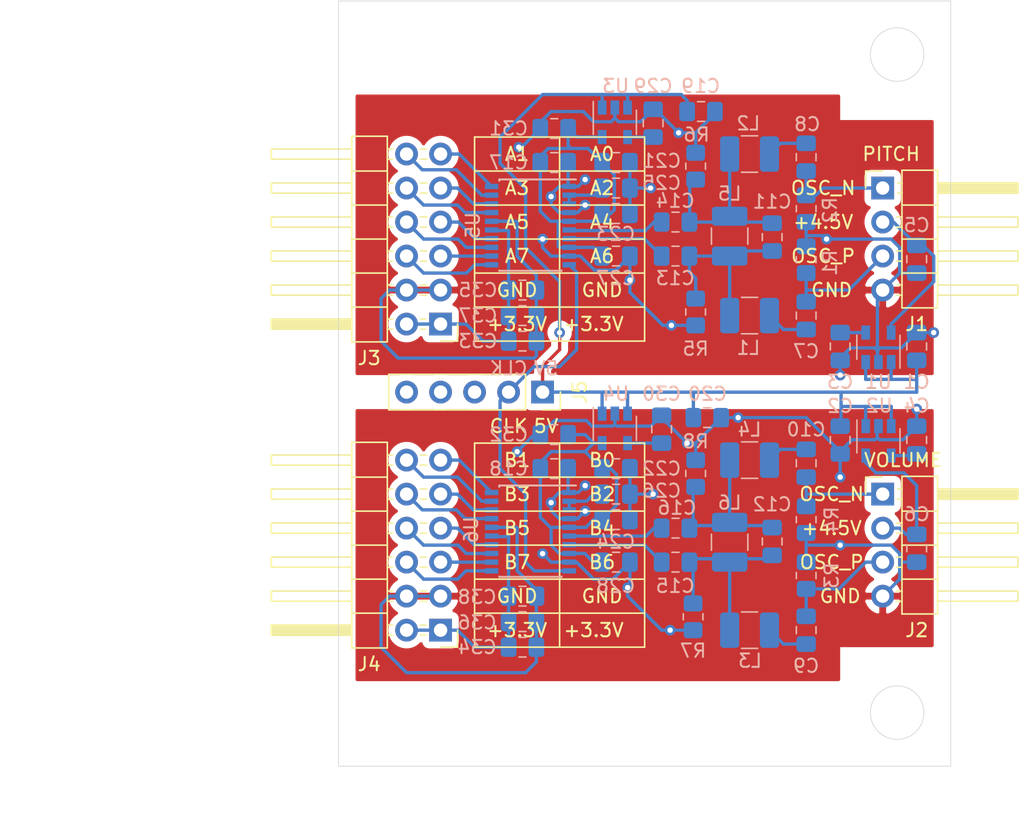
<source format=kicad_pcb>
(kicad_pcb (version 20171130) (host pcbnew "(5.1.7)-1")
  (layers (0 F.Cu signal) (31 B.Cu signal) (34 B.Paste user) (35 F.Paste user) (36 B.SilkS user) (37 F.SilkS user) (38 B.Mask user) (39 F.Mask user) (44 Edge.Cuts user))
  (net 0 "")
  (net 1 +3V3)
  (net 2 GND)
  (net 3 /A7)
  (net 4 /A3)
  (net 5 /A6)
  (net 6 /A2)
  (net 7 /A5)
  (net 8 /A1)
  (net 9 /A4)
  (net 10 /A0)
  (net 11 /B7)
  (net 12 /B3)
  (net 13 /B6)
  (net 14 /B2)
  (net 15 /B5)
  (net 16 /B1)
  (net 17 /B4)
  (net 18 /B0)
  (net 19 +5V)
  (net 20 GND2)
  (net 21 "Net-(C3-Pad1)")
  (net 22 "Net-(C4-Pad1)")
  (net 23 /A_VCC)
  (net 24 /B_VCC)
  (net 25 /A_P)
  (net 26 "Net-(C7-Pad1)")
  (net 27 /A_N)
  (net 28 "Net-(C8-Pad1)")
  (net 29 /B_P)
  (net 30 "Net-(C9-Pad1)")
  (net 31 /B_N)
  (net 32 "Net-(C10-Pad1)")
  (net 33 "Net-(C11-Pad2)")
  (net 34 "Net-(C11-Pad1)")
  (net 35 "Net-(C12-Pad2)")
  (net 36 "Net-(C12-Pad1)")
  (net 37 /AIN_P)
  (net 38 /AIN_N)
  (net 39 /BIN_P)
  (net 40 /BIN_N)
  (net 41 /VaD_A)
  (net 42 /VaD_B)
  (net 43 "Net-(C25-Pad1)")
  (net 44 "Net-(C26-Pad1)")
  (net 45 "Net-(C29-Pad1)")
  (net 46 "Net-(C30-Pad1)")
  (net 47 +3.3VA)
  (net 48 "Net-(J5-Pad5)")
  (net 49 "Net-(J5-Pad4)")
  (net 50 "Net-(J5-Pad3)")
  (net 51 /CLK)
  (module Connector_PinSocket_2.54mm:PinSocket_1x05_P2.54mm_Vertical (layer F.Cu) (at 58.42 71.12 270)
    (fp_text reference J5 (at 0 -2.77 90) (layer F.SilkS))
    (fp_text value AUX1)
    (pad 5 thru_hole oval (at 0 10.16 270) (size 1.7 1.7) (drill 1) (layers *.Cu *.Mask) (net 48 "Net-(J5-Pad5)"))
    (pad 4 thru_hole oval (at 0 7.62 270) (size 1.7 1.7) (drill 1) (layers *.Cu *.Mask) (net 49 "Net-(J5-Pad4)"))
    (pad 3 thru_hole oval (at 0 5.08 270) (size 1.7 1.7) (drill 1) (layers *.Cu *.Mask) (net 50 "Net-(J5-Pad3)"))
    (pad 2 thru_hole oval (at 0 2.54 270) (size 1.7 1.7) (drill 1) (layers *.Cu *.Mask) (net 51 /CLK))
    (pad 1 thru_hole rect (at 0 0 270) (size 1.7 1.7) (drill 1) (layers *.Cu *.Mask) (net 19 +5V))
  )
  (module Package_SO:SSOP-20_4.4x6.5mm_P0.65mm (layer B.Cu) (at 57.51 81.545 180)
    (fp_text reference U6 (at 4.424 0.138 90) (layer B.SilkS) (effects (justify mirror)))
    (fp_text value AD9283)
    (pad 20 smd rect (at 2.9 2.925 180) (size 1 0.4) (layers B.Cu B.Paste B.Mask) (net 18 /B0))
    (pad 19 smd rect (at 2.9 2.275 180) (size 1 0.4) (layers B.Cu B.Paste B.Mask) (net 16 /B1))
    (pad 18 smd rect (at 2.9 1.625 180) (size 1 0.4) (layers B.Cu B.Paste B.Mask) (net 14 /B2))
    (pad 17 smd rect (at 2.9 0.975 180) (size 1 0.4) (layers B.Cu B.Paste B.Mask) (net 12 /B3))
    (pad 16 smd rect (at 2.9 0.325 180) (size 1 0.4) (layers B.Cu B.Paste B.Mask) (net 20 GND2))
    (pad 15 smd rect (at 2.9 -0.325 180) (size 1 0.4) (layers B.Cu B.Paste B.Mask) (net 47 +3.3VA))
    (pad 14 smd rect (at 2.9 -0.975 180) (size 1 0.4) (layers B.Cu B.Paste B.Mask) (net 17 /B4))
    (pad 13 smd rect (at 2.9 -1.625 180) (size 1 0.4) (layers B.Cu B.Paste B.Mask) (net 15 /B5))
    (pad 12 smd rect (at 2.9 -2.275 180) (size 1 0.4) (layers B.Cu B.Paste B.Mask) (net 13 /B6))
    (pad 11 smd rect (at 2.9 -2.925 180) (size 1 0.4) (layers B.Cu B.Paste B.Mask) (net 11 /B7))
    (pad 10 smd rect (at -2.9 -2.925 180) (size 1 0.4) (layers B.Cu B.Paste B.Mask) (net 51 /CLK))
    (pad 9 smd rect (at -2.9 -2.275 180) (size 1 0.4) (layers B.Cu B.Paste B.Mask) (net 20 GND2))
    (pad 8 smd rect (at -2.9 -1.625 180) (size 1 0.4) (layers B.Cu B.Paste B.Mask) (net 42 /VaD_B))
    (pad 7 smd rect (at -2.9 -0.975 180) (size 1 0.4) (layers B.Cu B.Paste B.Mask) (net 39 /BIN_P))
    (pad 6 smd rect (at -2.9 -0.325 180) (size 1 0.4) (layers B.Cu B.Paste B.Mask) (net 40 /BIN_N))
    (pad 5 smd rect (at -2.9 0.325 180) (size 1 0.4) (layers B.Cu B.Paste B.Mask) (net 42 /VaD_B))
    (pad 4 smd rect (at -2.9 0.975 180) (size 1 0.4) (layers B.Cu B.Paste B.Mask) (net 20 GND2))
    (pad 3 smd rect (at -2.9 1.625 180) (size 1 0.4) (layers B.Cu B.Paste B.Mask) (net 44 "Net-(C26-Pad1)"))
    (pad 2 smd rect (at -2.9 2.275 180) (size 1 0.4) (layers B.Cu B.Paste B.Mask) (net 44 "Net-(C26-Pad1)"))
    (pad 1 smd rect (at -2.9 2.925 180) (size 1 0.4) (layers B.Cu B.Paste B.Mask) (net 20 GND2))
  )
  (module Package_SO:SSOP-20_4.4x6.5mm_P0.65mm (layer B.Cu) (at 57.51 58.685 180)
    (fp_text reference U5 (at 4.297 0.011 90) (layer B.SilkS) (effects (justify mirror)))
    (fp_text value AD9283)
    (pad 20 smd rect (at 2.9 2.925 180) (size 1 0.4) (layers B.Cu B.Paste B.Mask) (net 10 /A0))
    (pad 19 smd rect (at 2.9 2.275 180) (size 1 0.4) (layers B.Cu B.Paste B.Mask) (net 8 /A1))
    (pad 18 smd rect (at 2.9 1.625 180) (size 1 0.4) (layers B.Cu B.Paste B.Mask) (net 6 /A2))
    (pad 17 smd rect (at 2.9 0.975 180) (size 1 0.4) (layers B.Cu B.Paste B.Mask) (net 4 /A3))
    (pad 16 smd rect (at 2.9 0.325 180) (size 1 0.4) (layers B.Cu B.Paste B.Mask) (net 2 GND))
    (pad 15 smd rect (at 2.9 -0.325 180) (size 1 0.4) (layers B.Cu B.Paste B.Mask) (net 1 +3V3))
    (pad 14 smd rect (at 2.9 -0.975 180) (size 1 0.4) (layers B.Cu B.Paste B.Mask) (net 9 /A4))
    (pad 13 smd rect (at 2.9 -1.625 180) (size 1 0.4) (layers B.Cu B.Paste B.Mask) (net 7 /A5))
    (pad 12 smd rect (at 2.9 -2.275 180) (size 1 0.4) (layers B.Cu B.Paste B.Mask) (net 5 /A6))
    (pad 11 smd rect (at 2.9 -2.925 180) (size 1 0.4) (layers B.Cu B.Paste B.Mask) (net 3 /A7))
    (pad 10 smd rect (at -2.9 -2.925 180) (size 1 0.4) (layers B.Cu B.Paste B.Mask) (net 51 /CLK))
    (pad 9 smd rect (at -2.9 -2.275 180) (size 1 0.4) (layers B.Cu B.Paste B.Mask) (net 2 GND))
    (pad 8 smd rect (at -2.9 -1.625 180) (size 1 0.4) (layers B.Cu B.Paste B.Mask) (net 41 /VaD_A))
    (pad 7 smd rect (at -2.9 -0.975 180) (size 1 0.4) (layers B.Cu B.Paste B.Mask) (net 37 /AIN_P))
    (pad 6 smd rect (at -2.9 -0.325 180) (size 1 0.4) (layers B.Cu B.Paste B.Mask) (net 38 /AIN_N))
    (pad 5 smd rect (at -2.9 0.325 180) (size 1 0.4) (layers B.Cu B.Paste B.Mask) (net 41 /VaD_A))
    (pad 4 smd rect (at -2.9 0.975 180) (size 1 0.4) (layers B.Cu B.Paste B.Mask) (net 2 GND))
    (pad 3 smd rect (at -2.9 1.625 180) (size 1 0.4) (layers B.Cu B.Paste B.Mask) (net 43 "Net-(C25-Pad1)"))
    (pad 2 smd rect (at -2.9 2.275 180) (size 1 0.4) (layers B.Cu B.Paste B.Mask) (net 43 "Net-(C25-Pad1)"))
    (pad 1 smd rect (at -2.9 2.925 180) (size 1 0.4) (layers B.Cu B.Paste B.Mask) (net 2 GND))
  )
  (module Package_TO_SOT_SMD:SOT-23-5 (layer B.Cu) (at 63.815 73.83 270)
    (fp_text reference U4 (at -2.583 -0.066 180) (layer B.SilkS) (effects (justify mirror)))
    (fp_text value LP2985-3.3)
    (pad 5 smd rect (at 1.1 0.95 270) (size 1.06 0.65) (layers B.Cu B.Paste B.Mask) (net 42 /VaD_B))
    (pad 4 smd rect (at 1.1 -0.95 270) (size 1.06 0.65) (layers B.Cu B.Paste B.Mask) (net 46 "Net-(C30-Pad1)"))
    (pad 3 smd rect (at -1.1 -0.95 270) (size 1.06 0.65) (layers B.Cu B.Paste B.Mask) (net 19 +5V))
    (pad 2 smd rect (at -1.1 0 270) (size 1.06 0.65) (layers B.Cu B.Paste B.Mask) (net 20 GND2))
    (pad 1 smd rect (at -1.1 0.95 270) (size 1.06 0.65) (layers B.Cu B.Paste B.Mask) (net 19 +5V))
  )
  (module Package_TO_SOT_SMD:SOT-23-5 (layer B.Cu) (at 63.815 50.97 270)
    (fp_text reference U3 (at -2.71 -0.066 180) (layer B.SilkS) (effects (justify mirror)))
    (fp_text value LP2985-3.3)
    (pad 5 smd rect (at 1.1 0.95 270) (size 1.06 0.65) (layers B.Cu B.Paste B.Mask) (net 41 /VaD_A))
    (pad 4 smd rect (at 1.1 -0.95 270) (size 1.06 0.65) (layers B.Cu B.Paste B.Mask) (net 45 "Net-(C29-Pad1)"))
    (pad 3 smd rect (at -1.1 -0.95 270) (size 1.06 0.65) (layers B.Cu B.Paste B.Mask) (net 19 +5V))
    (pad 2 smd rect (at -1.1 0 270) (size 1.06 0.65) (layers B.Cu B.Paste B.Mask) (net 2 GND))
    (pad 1 smd rect (at -1.1 0.95 270) (size 1.06 0.65) (layers B.Cu B.Paste B.Mask) (net 19 +5V))
  )
  (module Package_TO_SOT_SMD:SOT-23-5 (layer B.Cu) (at 83.505 74.76 270)
    (fp_text reference U2 (at -2.624 -0.061 180) (layer B.SilkS) (effects (justify mirror)))
    (fp_text value LP2985-4.5)
    (pad 5 smd rect (at 1.1 0.95 270) (size 1.06 0.65) (layers B.Cu B.Paste B.Mask) (net 24 /B_VCC))
    (pad 4 smd rect (at 1.1 -0.95 270) (size 1.06 0.65) (layers B.Cu B.Paste B.Mask) (net 22 "Net-(C4-Pad1)"))
    (pad 3 smd rect (at -1.1 -0.95 270) (size 1.06 0.65) (layers B.Cu B.Paste B.Mask) (net 19 +5V))
    (pad 2 smd rect (at -1.1 0 270) (size 1.06 0.65) (layers B.Cu B.Paste B.Mask) (net 20 GND2))
    (pad 1 smd rect (at -1.1 0.95 270) (size 1.06 0.65) (layers B.Cu B.Paste B.Mask) (net 19 +5V))
  )
  (module Package_TO_SOT_SMD:SOT-23-5 (layer B.Cu) (at 83.5 67.775 90)
    (fp_text reference U1 (at -2.583 0 180) (layer B.SilkS) (effects (justify mirror)))
    (fp_text value LP2985-4.5)
    (pad 5 smd rect (at 1.1 0.95 90) (size 1.06 0.65) (layers B.Cu B.Paste B.Mask) (net 23 /A_VCC))
    (pad 4 smd rect (at 1.1 -0.95 90) (size 1.06 0.65) (layers B.Cu B.Paste B.Mask) (net 21 "Net-(C3-Pad1)"))
    (pad 3 smd rect (at -1.1 -0.95 90) (size 1.06 0.65) (layers B.Cu B.Paste B.Mask) (net 19 +5V))
    (pad 2 smd rect (at -1.1 0 90) (size 1.06 0.65) (layers B.Cu B.Paste B.Mask) (net 2 GND))
    (pad 1 smd rect (at -1.1 0.95 90) (size 1.06 0.65) (layers B.Cu B.Paste B.Mask) (net 19 +5V))
  )
  (module Resistor_SMD:R_0805_2012Metric_Pad1.20x1.40mm_HandSolder (layer B.Cu) (at 69.85 77.2 270)
    (fp_text reference R8 (at -2.397 0) (layer B.SilkS) (effects (justify mirror)))
    (fp_text value 47)
    (pad 2 smd roundrect (at 1 0 270) (size 1.2 1.4) (layers B.Cu B.Paste B.Mask) (roundrect_rratio 0.208333) (net 36 "Net-(C12-Pad1)"))
    (pad 1 smd roundrect (at -1 0 270) (size 1.2 1.4) (layers B.Cu B.Paste B.Mask) (roundrect_rratio 0.208333) (net 20 GND2))
  )
  (module Resistor_SMD:R_0805_2012Metric_Pad1.20x1.40mm_HandSolder (layer B.Cu) (at 69.6595 87.9 90)
    (fp_text reference R7 (at -2.54 0 180) (layer B.SilkS) (effects (justify mirror)))
    (fp_text value 47)
    (pad 2 smd roundrect (at 1 0 90) (size 1.2 1.4) (layers B.Cu B.Paste B.Mask) (roundrect_rratio 0.208333) (net 35 "Net-(C12-Pad2)"))
    (pad 1 smd roundrect (at -1 0 90) (size 1.2 1.4) (layers B.Cu B.Paste B.Mask) (roundrect_rratio 0.208333) (net 20 GND2))
  )
  (module Resistor_SMD:R_0805_2012Metric_Pad1.20x1.40mm_HandSolder (layer B.Cu) (at 69.85 54.245 270)
    (fp_text reference R6 (at -2.3495 -0.0635 180) (layer B.SilkS) (effects (justify mirror)))
    (fp_text value 47)
    (pad 2 smd roundrect (at 1 0 270) (size 1.2 1.4) (layers B.Cu B.Paste B.Mask) (roundrect_rratio 0.208333) (net 34 "Net-(C11-Pad1)"))
    (pad 1 smd roundrect (at -1 0 270) (size 1.2 1.4) (layers B.Cu B.Paste B.Mask) (roundrect_rratio 0.208333) (net 2 GND))
  )
  (module Resistor_SMD:R_0805_2012Metric_Pad1.20x1.40mm_HandSolder (layer B.Cu) (at 69.85 65.135 90)
    (fp_text reference R5 (at -2.7465 0 180) (layer B.SilkS) (effects (justify mirror)))
    (fp_text value 47)
    (pad 2 smd roundrect (at 1 0 90) (size 1.2 1.4) (layers B.Cu B.Paste B.Mask) (roundrect_rratio 0.208333) (net 33 "Net-(C11-Pad2)"))
    (pad 1 smd roundrect (at -1 0 90) (size 1.2 1.4) (layers B.Cu B.Paste B.Mask) (roundrect_rratio 0.208333) (net 2 GND))
  )
  (module Resistor_SMD:R_0805_2012Metric_Pad1.20x1.40mm_HandSolder (layer B.Cu) (at 78.105 80.645 270)
    (fp_text reference R4 (at 0 -1.905 90) (layer B.SilkS) (effects (justify mirror)))
    (fp_text value 47)
    (pad 2 smd roundrect (at 1 0 270) (size 1.2 1.4) (layers B.Cu B.Paste B.Mask) (roundrect_rratio 0.208333) (net 20 GND2))
    (pad 1 smd roundrect (at -1 0 270) (size 1.2 1.4) (layers B.Cu B.Paste B.Mask) (roundrect_rratio 0.208333) (net 31 /B_N))
  )
  (module Resistor_SMD:R_0805_2012Metric_Pad1.20x1.40mm_HandSolder (layer B.Cu) (at 78.105 84.82 90)
    (fp_text reference R3 (at 0 1.905 90) (layer B.SilkS) (effects (justify mirror)))
    (fp_text value 47)
    (pad 2 smd roundrect (at 1 0 90) (size 1.2 1.4) (layers B.Cu B.Paste B.Mask) (roundrect_rratio 0.208333) (net 20 GND2))
    (pad 1 smd roundrect (at -1 0 90) (size 1.2 1.4) (layers B.Cu B.Paste B.Mask) (roundrect_rratio 0.208333) (net 29 /B_P))
  )
  (module Resistor_SMD:R_0805_2012Metric_Pad1.20x1.40mm_HandSolder (layer B.Cu) (at 78.105 57.42 270)
    (fp_text reference R2 (at 0.111 -1.778 90) (layer B.SilkS) (effects (justify mirror)))
    (fp_text value 47)
    (pad 2 smd roundrect (at 1 0 270) (size 1.2 1.4) (layers B.Cu B.Paste B.Mask) (roundrect_rratio 0.208333) (net 2 GND))
    (pad 1 smd roundrect (at -1 0 270) (size 1.2 1.4) (layers B.Cu B.Paste B.Mask) (roundrect_rratio 0.208333) (net 27 /A_N))
  )
  (module Resistor_SMD:R_0805_2012Metric_Pad1.20x1.40mm_HandSolder (layer B.Cu) (at 78.105 61.23 90)
    (fp_text reference R1 (at -0.238 1.778 90) (layer B.SilkS) (effects (justify mirror)))
    (fp_text value 47)
    (pad 2 smd roundrect (at 1 0 90) (size 1.2 1.4) (layers B.Cu B.Paste B.Mask) (roundrect_rratio 0.208333) (net 2 GND))
    (pad 1 smd roundrect (at -1 0 90) (size 1.2 1.4) (layers B.Cu B.Paste B.Mask) (roundrect_rratio 0.208333) (net 25 /A_P))
  )
  (module Inductor_SMD:L_1210_3225Metric_Pad1.42x2.65mm_HandSolder (layer B.Cu) (at 72.39 82.3325 90)
    (fp_text reference L6 (at 2.9575 0 180) (layer B.SilkS) (effects (justify mirror)))
    (fp_text value 15uH)
    (pad 2 smd roundrect (at 1.4875 0 90) (size 1.425 2.65) (layers B.Cu B.Paste B.Mask) (roundrect_rratio 0.175439) (net 36 "Net-(C12-Pad1)"))
    (pad 1 smd roundrect (at -1.4875 0 90) (size 1.425 2.65) (layers B.Cu B.Paste B.Mask) (roundrect_rratio 0.175439) (net 35 "Net-(C12-Pad2)"))
  )
  (module Inductor_SMD:L_1210_3225Metric_Pad1.42x2.65mm_HandSolder (layer B.Cu) (at 72.39 59.4725 90)
    (fp_text reference L5 (at 3.175 0 180) (layer B.SilkS) (effects (justify mirror)))
    (fp_text value 15uH)
    (pad 2 smd roundrect (at 1.4875 0 90) (size 1.425 2.65) (layers B.Cu B.Paste B.Mask) (roundrect_rratio 0.175439) (net 34 "Net-(C11-Pad1)"))
    (pad 1 smd roundrect (at -1.4875 0 90) (size 1.425 2.65) (layers B.Cu B.Paste B.Mask) (roundrect_rratio 0.175439) (net 33 "Net-(C11-Pad2)"))
  )
  (module Inductor_SMD:L_1210_3225Metric_Pad1.42x2.65mm_HandSolder (layer B.Cu) (at 73.8775 76.2 180)
    (fp_text reference L4 (at 0 2.28) (layer B.SilkS) (effects (justify mirror)))
    (fp_text value 120uH)
    (pad 2 smd roundrect (at 1.4875 0 180) (size 1.425 2.65) (layers B.Cu B.Paste B.Mask) (roundrect_rratio 0.175439) (net 36 "Net-(C12-Pad1)"))
    (pad 1 smd roundrect (at -1.4875 0 180) (size 1.425 2.65) (layers B.Cu B.Paste B.Mask) (roundrect_rratio 0.175439) (net 32 "Net-(C10-Pad1)"))
  )
  (module Inductor_SMD:L_1210_3225Metric_Pad1.42x2.65mm_HandSolder (layer B.Cu) (at 73.8775 88.9 180)
    (fp_text reference L3 (at -0.0365 -2.286) (layer B.SilkS) (effects (justify mirror)))
    (fp_text value 120uH)
    (pad 2 smd roundrect (at 1.4875 0 180) (size 1.425 2.65) (layers B.Cu B.Paste B.Mask) (roundrect_rratio 0.175439) (net 35 "Net-(C12-Pad2)"))
    (pad 1 smd roundrect (at -1.4875 0 180) (size 1.425 2.65) (layers B.Cu B.Paste B.Mask) (roundrect_rratio 0.175439) (net 30 "Net-(C9-Pad1)"))
  )
  (module Inductor_SMD:L_1210_3225Metric_Pad1.42x2.65mm_HandSolder (layer B.Cu) (at 73.8775 53.34 180)
    (fp_text reference L2 (at 0.0905 2.286) (layer B.SilkS) (effects (justify mirror)))
    (fp_text value 120uH)
    (pad 2 smd roundrect (at 1.4875 0 180) (size 1.425 2.65) (layers B.Cu B.Paste B.Mask) (roundrect_rratio 0.175439) (net 34 "Net-(C11-Pad1)"))
    (pad 1 smd roundrect (at -1.4875 0 180) (size 1.425 2.65) (layers B.Cu B.Paste B.Mask) (roundrect_rratio 0.175439) (net 28 "Net-(C8-Pad1)"))
  )
  (module Inductor_SMD:L_1210_3225Metric_Pad1.42x2.65mm_HandSolder (layer B.Cu) (at 73.8775 65.405 180)
    (fp_text reference L1 (at 0.0905 -2.413) (layer B.SilkS) (effects (justify mirror)))
    (fp_text value 120uH)
    (pad 2 smd roundrect (at 1.4875 0 180) (size 1.425 2.65) (layers B.Cu B.Paste B.Mask) (roundrect_rratio 0.175439) (net 33 "Net-(C11-Pad2)"))
    (pad 1 smd roundrect (at -1.4875 0 180) (size 1.425 2.65) (layers B.Cu B.Paste B.Mask) (roundrect_rratio 0.175439) (net 26 "Net-(C7-Pad1)"))
  )
  (module Connector_PinHeader_2.54mm:PinHeader_2x06_P2.54mm_Horizontal (layer F.Cu) (at 50.8 88.9 180)
    (fp_text reference J4 (at 5.334 -2.54) (layer F.SilkS))
    (fp_text value PMOD_B)
    (pad 12 thru_hole oval (at 2.54 12.7 180) (size 1.7 1.7) (drill 1) (layers *.Cu *.Mask) (net 16 /B1))
    (pad 11 thru_hole oval (at 0 12.7 180) (size 1.7 1.7) (drill 1) (layers *.Cu *.Mask) (net 18 /B0))
    (pad 10 thru_hole oval (at 2.54 10.16 180) (size 1.7 1.7) (drill 1) (layers *.Cu *.Mask) (net 12 /B3))
    (pad 9 thru_hole oval (at 0 10.16 180) (size 1.7 1.7) (drill 1) (layers *.Cu *.Mask) (net 14 /B2))
    (pad 8 thru_hole oval (at 2.54 7.62 180) (size 1.7 1.7) (drill 1) (layers *.Cu *.Mask) (net 15 /B5))
    (pad 7 thru_hole oval (at 0 7.62 180) (size 1.7 1.7) (drill 1) (layers *.Cu *.Mask) (net 17 /B4))
    (pad 6 thru_hole oval (at 2.54 5.08 180) (size 1.7 1.7) (drill 1) (layers *.Cu *.Mask) (net 11 /B7))
    (pad 5 thru_hole oval (at 0 5.08 180) (size 1.7 1.7) (drill 1) (layers *.Cu *.Mask) (net 13 /B6))
    (pad 4 thru_hole oval (at 2.54 2.54 180) (size 1.7 1.7) (drill 1) (layers *.Cu *.Mask) (net 20 GND2))
    (pad 3 thru_hole oval (at 0 2.54 180) (size 1.7 1.7) (drill 1) (layers *.Cu *.Mask) (net 20 GND2))
    (pad 2 thru_hole oval (at 2.54 0 180) (size 1.7 1.7) (drill 1) (layers *.Cu *.Mask) (net 47 +3.3VA))
    (pad 1 thru_hole rect (at 0 0 180) (size 1.7 1.7) (drill 1) (layers *.Cu *.Mask) (net 47 +3.3VA))
  )
  (module Connector_PinHeader_2.54mm:PinHeader_2x06_P2.54mm_Horizontal (layer F.Cu) (at 50.8 66.04 180)
    (fp_text reference J3 (at 5.334 -2.54) (layer F.SilkS))
    (fp_text value PMOD_A)
    (pad 12 thru_hole oval (at 2.54 12.7 180) (size 1.7 1.7) (drill 1) (layers *.Cu *.Mask) (net 8 /A1))
    (pad 11 thru_hole oval (at 0 12.7 180) (size 1.7 1.7) (drill 1) (layers *.Cu *.Mask) (net 10 /A0))
    (pad 10 thru_hole oval (at 2.54 10.16 180) (size 1.7 1.7) (drill 1) (layers *.Cu *.Mask) (net 4 /A3))
    (pad 9 thru_hole oval (at 0 10.16 180) (size 1.7 1.7) (drill 1) (layers *.Cu *.Mask) (net 6 /A2))
    (pad 8 thru_hole oval (at 2.54 7.62 180) (size 1.7 1.7) (drill 1) (layers *.Cu *.Mask) (net 7 /A5))
    (pad 7 thru_hole oval (at 0 7.62 180) (size 1.7 1.7) (drill 1) (layers *.Cu *.Mask) (net 9 /A4))
    (pad 6 thru_hole oval (at 2.54 5.08 180) (size 1.7 1.7) (drill 1) (layers *.Cu *.Mask) (net 3 /A7))
    (pad 5 thru_hole oval (at 0 5.08 180) (size 1.7 1.7) (drill 1) (layers *.Cu *.Mask) (net 5 /A6))
    (pad 4 thru_hole oval (at 2.54 2.54 180) (size 1.7 1.7) (drill 1) (layers *.Cu *.Mask) (net 2 GND))
    (pad 3 thru_hole oval (at 0 2.54 180) (size 1.7 1.7) (drill 1) (layers *.Cu *.Mask) (net 2 GND))
    (pad 2 thru_hole oval (at 2.54 0 180) (size 1.7 1.7) (drill 1) (layers *.Cu *.Mask) (net 1 +3V3))
    (pad 1 thru_hole rect (at 0 0 180) (size 1.7 1.7) (drill 1) (layers *.Cu *.Mask) (net 1 +3V3))
  )
  (module Connector_PinHeader_2.54mm:PinHeader_1x04_P2.54mm_Horizontal (layer F.Cu) (at 83.82 78.74)
    (fp_text reference J2 (at 2.54 10.16) (layer F.SilkS))
    (fp_text value VOLUME)
    (pad 4 thru_hole oval (at 0 7.62) (size 1.7 1.7) (drill 1) (layers *.Cu *.Mask) (net 20 GND2))
    (pad 3 thru_hole oval (at 0 5.08) (size 1.7 1.7) (drill 1) (layers *.Cu *.Mask) (net 29 /B_P))
    (pad 2 thru_hole oval (at 0 2.54) (size 1.7 1.7) (drill 1) (layers *.Cu *.Mask) (net 24 /B_VCC))
    (pad 1 thru_hole rect (at 0 0) (size 1.7 1.7) (drill 1) (layers *.Cu *.Mask) (net 31 /B_N))
  )
  (module Connector_PinHeader_2.54mm:PinHeader_1x04_P2.54mm_Horizontal (layer F.Cu) (at 83.82 55.88)
    (fp_text reference J1 (at 2.54 10.16) (layer F.SilkS))
    (fp_text value PITCH)
    (pad 4 thru_hole oval (at 0 7.62) (size 1.7 1.7) (drill 1) (layers *.Cu *.Mask) (net 2 GND))
    (pad 3 thru_hole oval (at 0 5.08) (size 1.7 1.7) (drill 1) (layers *.Cu *.Mask) (net 25 /A_P))
    (pad 2 thru_hole oval (at 0 2.54) (size 1.7 1.7) (drill 1) (layers *.Cu *.Mask) (net 23 /A_VCC))
    (pad 1 thru_hole rect (at 0 0) (size 1.7 1.7) (drill 1) (layers *.Cu *.Mask) (net 27 /A_N))
  )
  (module Capacitor_SMD:C_0805_2012Metric_Pad1.18x1.45mm_HandSolder (layer B.Cu) (at 56.9175 86.36)
    (fp_text reference C38 (at -3.387 0.0635) (layer B.SilkS) (effects (justify mirror)))
    (fp_text value 0.01uF)
    (pad 2 smd roundrect (at 1.0375 0) (size 1.175 1.45) (layers B.Cu B.Paste B.Mask) (roundrect_rratio 0.212766) (net 20 GND2))
    (pad 1 smd roundrect (at -1.0375 0) (size 1.175 1.45) (layers B.Cu B.Paste B.Mask) (roundrect_rratio 0.212766) (net 47 +3.3VA))
  )
  (module Capacitor_SMD:C_0805_2012Metric_Pad1.18x1.45mm_HandSolder (layer B.Cu) (at 56.9175 65.405)
    (fp_text reference C37 (at -3.3235 0) (layer B.SilkS) (effects (justify mirror)))
    (fp_text value 0.01uF)
    (pad 2 smd roundrect (at 1.0375 0) (size 1.175 1.45) (layers B.Cu B.Paste B.Mask) (roundrect_rratio 0.212766) (net 2 GND))
    (pad 1 smd roundrect (at -1.0375 0) (size 1.175 1.45) (layers B.Cu B.Paste B.Mask) (roundrect_rratio 0.212766) (net 1 +3V3))
  )
  (module Capacitor_SMD:C_0805_2012Metric_Pad1.18x1.45mm_HandSolder (layer B.Cu) (at 56.9175 88.265)
    (fp_text reference C36 (at -3.387 0.0635) (layer B.SilkS) (effects (justify mirror)))
    (fp_text value 0.1uF)
    (pad 2 smd roundrect (at 1.0375 0) (size 1.175 1.45) (layers B.Cu B.Paste B.Mask) (roundrect_rratio 0.212766) (net 20 GND2))
    (pad 1 smd roundrect (at -1.0375 0) (size 1.175 1.45) (layers B.Cu B.Paste B.Mask) (roundrect_rratio 0.212766) (net 47 +3.3VA))
  )
  (module Capacitor_SMD:C_0805_2012Metric_Pad1.18x1.45mm_HandSolder (layer B.Cu) (at 56.9175 63.5)
    (fp_text reference C35 (at -3.3235 0) (layer B.SilkS) (effects (justify mirror)))
    (fp_text value 0.1uF)
    (pad 2 smd roundrect (at 1.0375 0) (size 1.175 1.45) (layers B.Cu B.Paste B.Mask) (roundrect_rratio 0.212766) (net 2 GND))
    (pad 1 smd roundrect (at -1.0375 0) (size 1.175 1.45) (layers B.Cu B.Paste B.Mask) (roundrect_rratio 0.212766) (net 1 +3V3))
  )
  (module Capacitor_SMD:C_0805_2012Metric_Pad1.18x1.45mm_HandSolder (layer B.Cu) (at 56.9175 90.17)
    (fp_text reference C34 (at -3.387 0) (layer B.SilkS) (effects (justify mirror)))
    (fp_text value 10uF)
    (pad 2 smd roundrect (at 1.0375 0) (size 1.175 1.45) (layers B.Cu B.Paste B.Mask) (roundrect_rratio 0.212766) (net 20 GND2))
    (pad 1 smd roundrect (at -1.0375 0) (size 1.175 1.45) (layers B.Cu B.Paste B.Mask) (roundrect_rratio 0.212766) (net 47 +3.3VA))
  )
  (module Capacitor_SMD:C_0805_2012Metric_Pad1.18x1.45mm_HandSolder (layer B.Cu) (at 56.9175 67.31)
    (fp_text reference C33 (at -3.3235 0) (layer B.SilkS) (effects (justify mirror)))
    (fp_text value 10uF)
    (pad 2 smd roundrect (at 1.0375 0) (size 1.175 1.45) (layers B.Cu B.Paste B.Mask) (roundrect_rratio 0.212766) (net 2 GND))
    (pad 1 smd roundrect (at -1.0375 0) (size 1.175 1.45) (layers B.Cu B.Paste B.Mask) (roundrect_rratio 0.212766) (net 1 +3V3))
  )
  (module Capacitor_SMD:C_0805_2012Metric_Pad1.18x1.45mm_HandSolder (layer B.Cu) (at 59.2875 74.295 180)
    (fp_text reference C32 (at 3.4075 0) (layer B.SilkS) (effects (justify mirror)))
    (fp_text value 10uF)
    (pad 2 smd roundrect (at 1.0375 0 180) (size 1.175 1.45) (layers B.Cu B.Paste B.Mask) (roundrect_rratio 0.212766) (net 20 GND2))
    (pad 1 smd roundrect (at -1.0375 0 180) (size 1.175 1.45) (layers B.Cu B.Paste B.Mask) (roundrect_rratio 0.212766) (net 42 /VaD_B))
  )
  (module Capacitor_SMD:C_0805_2012Metric_Pad1.18x1.45mm_HandSolder (layer B.Cu) (at 59.2875 51.435 180)
    (fp_text reference C31 (at 3.4075 0) (layer B.SilkS) (effects (justify mirror)))
    (fp_text value 10uF)
    (pad 2 smd roundrect (at 1.0375 0 180) (size 1.175 1.45) (layers B.Cu B.Paste B.Mask) (roundrect_rratio 0.212766) (net 2 GND))
    (pad 1 smd roundrect (at -1.0375 0 180) (size 1.175 1.45) (layers B.Cu B.Paste B.Mask) (roundrect_rratio 0.212766) (net 41 /VaD_A))
  )
  (module Capacitor_SMD:C_0805_2012Metric_Pad1.18x1.45mm_HandSolder (layer B.Cu) (at 67.31 73.8925 90)
    (fp_text reference C30 (at 2.6455 0 180) (layer B.SilkS) (effects (justify mirror)))
    (fp_text value 0.01uF)
    (pad 2 smd roundrect (at 1.0375 0 90) (size 1.175 1.45) (layers B.Cu B.Paste B.Mask) (roundrect_rratio 0.212766) (net 20 GND2))
    (pad 1 smd roundrect (at -1.0375 0 90) (size 1.175 1.45) (layers B.Cu B.Paste B.Mask) (roundrect_rratio 0.212766) (net 46 "Net-(C30-Pad1)"))
  )
  (module Capacitor_SMD:C_0805_2012Metric_Pad1.18x1.45mm_HandSolder (layer B.Cu) (at 66.675 51.0325 90)
    (fp_text reference C29 (at 2.7725 0 180) (layer B.SilkS) (effects (justify mirror)))
    (fp_text value 0.01uF)
    (pad 2 smd roundrect (at 1.0375 0 90) (size 1.175 1.45) (layers B.Cu B.Paste B.Mask) (roundrect_rratio 0.212766) (net 2 GND))
    (pad 1 smd roundrect (at -1.0375 0 90) (size 1.175 1.45) (layers B.Cu B.Paste B.Mask) (roundrect_rratio 0.212766) (net 45 "Net-(C29-Pad1)"))
  )
  (module Capacitor_SMD:C_0805_2012Metric_Pad1.18x1.45mm_HandSolder (layer B.Cu) (at 63.9025 83.82)
    (fp_text reference C28 (at -0.0215 1.778) (layer B.SilkS) (effects (justify mirror)))
    (fp_text value 0.01uF)
    (pad 2 smd roundrect (at 1.0375 0) (size 1.175 1.45) (layers B.Cu B.Paste B.Mask) (roundrect_rratio 0.212766) (net 20 GND2))
    (pad 1 smd roundrect (at -1.0375 0) (size 1.175 1.45) (layers B.Cu B.Paste B.Mask) (roundrect_rratio 0.212766) (net 42 /VaD_B))
  )
  (module Capacitor_SMD:C_0805_2012Metric_Pad1.18x1.45mm_HandSolder (layer B.Cu) (at 63.9025 60.96)
    (fp_text reference C27 (at -0.0215 1.651) (layer B.SilkS) (effects (justify mirror)))
    (fp_text value 0.01uF)
    (pad 2 smd roundrect (at 1.0375 0) (size 1.175 1.45) (layers B.Cu B.Paste B.Mask) (roundrect_rratio 0.212766) (net 2 GND))
    (pad 1 smd roundrect (at -1.0375 0) (size 1.175 1.45) (layers B.Cu B.Paste B.Mask) (roundrect_rratio 0.212766) (net 41 /VaD_A))
  )
  (module Capacitor_SMD:C_0805_2012Metric_Pad1.18x1.45mm_HandSolder (layer B.Cu) (at 63.9025 78.74)
    (fp_text reference C26 (at 3.4075 -0.254) (layer B.SilkS) (effects (justify mirror)))
    (fp_text value 0.1uF)
    (pad 2 smd roundrect (at 1.0375 0) (size 1.175 1.45) (layers B.Cu B.Paste B.Mask) (roundrect_rratio 0.212766) (net 20 GND2))
    (pad 1 smd roundrect (at -1.0375 0) (size 1.175 1.45) (layers B.Cu B.Paste B.Mask) (roundrect_rratio 0.212766) (net 44 "Net-(C26-Pad1)"))
  )
  (module Capacitor_SMD:C_0805_2012Metric_Pad1.18x1.45mm_HandSolder (layer B.Cu) (at 63.9025 55.88)
    (fp_text reference C25 (at 3.4075 -0.381) (layer B.SilkS) (effects (justify mirror)))
    (fp_text value 0.1uF)
    (pad 2 smd roundrect (at 1.0375 0) (size 1.175 1.45) (layers B.Cu B.Paste B.Mask) (roundrect_rratio 0.212766) (net 2 GND))
    (pad 1 smd roundrect (at -1.0375 0) (size 1.175 1.45) (layers B.Cu B.Paste B.Mask) (roundrect_rratio 0.212766) (net 43 "Net-(C25-Pad1)"))
  )
  (module Capacitor_SMD:C_0805_2012Metric_Pad1.18x1.45mm_HandSolder (layer B.Cu) (at 63.9025 80.645)
    (fp_text reference C24 (at -0.0215 1.651) (layer B.SilkS) (effects (justify mirror)))
    (fp_text value 0.1uF)
    (pad 2 smd roundrect (at 1.0375 0) (size 1.175 1.45) (layers B.Cu B.Paste B.Mask) (roundrect_rratio 0.212766) (net 20 GND2))
    (pad 1 smd roundrect (at -1.0375 0) (size 1.175 1.45) (layers B.Cu B.Paste B.Mask) (roundrect_rratio 0.212766) (net 42 /VaD_B))
  )
  (module Capacitor_SMD:C_0805_2012Metric_Pad1.18x1.45mm_HandSolder (layer B.Cu) (at 63.9025 57.785)
    (fp_text reference C23 (at -0.0215 1.524) (layer B.SilkS) (effects (justify mirror)))
    (fp_text value 0.1uF)
    (pad 2 smd roundrect (at 1.0375 0) (size 1.175 1.45) (layers B.Cu B.Paste B.Mask) (roundrect_rratio 0.212766) (net 2 GND))
    (pad 1 smd roundrect (at -1.0375 0) (size 1.175 1.45) (layers B.Cu B.Paste B.Mask) (roundrect_rratio 0.212766) (net 41 /VaD_A))
  )
  (module Capacitor_SMD:C_0805_2012Metric_Pad1.18x1.45mm_HandSolder (layer B.Cu) (at 63.9025 76.835)
    (fp_text reference C22 (at 3.4075 0) (layer B.SilkS) (effects (justify mirror)))
    (fp_text value 2.2uF)
    (pad 2 smd roundrect (at 1.0375 0) (size 1.175 1.45) (layers B.Cu B.Paste B.Mask) (roundrect_rratio 0.212766) (net 20 GND2))
    (pad 1 smd roundrect (at -1.0375 0) (size 1.175 1.45) (layers B.Cu B.Paste B.Mask) (roundrect_rratio 0.212766) (net 42 /VaD_B))
  )
  (module Capacitor_SMD:C_0805_2012Metric_Pad1.18x1.45mm_HandSolder (layer B.Cu) (at 63.9025 53.975)
    (fp_text reference C21 (at 3.4075 -0.127) (layer B.SilkS) (effects (justify mirror)))
    (fp_text value 2.2uF)
    (pad 2 smd roundrect (at 1.0375 0) (size 1.175 1.45) (layers B.Cu B.Paste B.Mask) (roundrect_rratio 0.212766) (net 2 GND))
    (pad 1 smd roundrect (at -1.0375 0) (size 1.175 1.45) (layers B.Cu B.Paste B.Mask) (roundrect_rratio 0.212766) (net 41 /VaD_A))
  )
  (module Capacitor_SMD:C_0805_2012Metric_Pad1.18x1.45mm_HandSolder (layer B.Cu) (at 70.7175 73.025)
    (fp_text reference C20 (at 0.0215 -1.778) (layer B.SilkS) (effects (justify mirror)))
    (fp_text value 2.2uF)
    (pad 2 smd roundrect (at 1.0375 0) (size 1.175 1.45) (layers B.Cu B.Paste B.Mask) (roundrect_rratio 0.212766) (net 20 GND2))
    (pad 1 smd roundrect (at -1.0375 0) (size 1.175 1.45) (layers B.Cu B.Paste B.Mask) (roundrect_rratio 0.212766) (net 19 +5V))
  )
  (module Capacitor_SMD:C_0805_2012Metric_Pad1.18x1.45mm_HandSolder (layer B.Cu) (at 70.2525 50.165)
    (fp_text reference C19 (at -0.0215 -1.905) (layer B.SilkS) (effects (justify mirror)))
    (fp_text value 2.2uF)
    (pad 2 smd roundrect (at 1.0375 0) (size 1.175 1.45) (layers B.Cu B.Paste B.Mask) (roundrect_rratio 0.212766) (net 2 GND))
    (pad 1 smd roundrect (at -1.0375 0) (size 1.175 1.45) (layers B.Cu B.Paste B.Mask) (roundrect_rratio 0.212766) (net 19 +5V))
  )
  (module Capacitor_SMD:C_0805_2012Metric_Pad1.18x1.45mm_HandSolder (layer B.Cu) (at 59.2875 76.835)
    (fp_text reference C18 (at -3.4075 0) (layer B.SilkS) (effects (justify mirror)))
    (fp_text value 1nF)
    (pad 2 smd roundrect (at 1.0375 0) (size 1.175 1.45) (layers B.Cu B.Paste B.Mask) (roundrect_rratio 0.212766) (net 20 GND2))
    (pad 1 smd roundrect (at -1.0375 0) (size 1.175 1.45) (layers B.Cu B.Paste B.Mask) (roundrect_rratio 0.212766) (net 42 /VaD_B))
  )
  (module Capacitor_SMD:C_0805_2012Metric_Pad1.18x1.45mm_HandSolder (layer B.Cu) (at 59.2875 53.975)
    (fp_text reference C17 (at -3.4075 0) (layer B.SilkS) (effects (justify mirror)))
    (fp_text value 1nF)
    (pad 2 smd roundrect (at 1.0375 0) (size 1.175 1.45) (layers B.Cu B.Paste B.Mask) (roundrect_rratio 0.212766) (net 2 GND))
    (pad 1 smd roundrect (at -1.0375 0) (size 1.175 1.45) (layers B.Cu B.Paste B.Mask) (roundrect_rratio 0.212766) (net 41 /VaD_A))
  )
  (module Capacitor_SMD:C_0805_2012Metric_Pad1.18x1.45mm_HandSolder (layer B.Cu) (at 68.3475 81.28)
    (fp_text reference C16 (at 0.1055 -1.524 180) (layer B.SilkS) (effects (justify mirror)))
    (fp_text value 0.1uF)
    (pad 2 smd roundrect (at 1.0375 0) (size 1.175 1.45) (layers B.Cu B.Paste B.Mask) (roundrect_rratio 0.212766) (net 36 "Net-(C12-Pad1)"))
    (pad 1 smd roundrect (at -1.0375 0) (size 1.175 1.45) (layers B.Cu B.Paste B.Mask) (roundrect_rratio 0.212766) (net 40 /BIN_N))
  )
  (module Capacitor_SMD:C_0805_2012Metric_Pad1.18x1.45mm_HandSolder (layer B.Cu) (at 68.3475 83.82)
    (fp_text reference C15 (at -0.0215 1.778 180) (layer B.SilkS) (effects (justify mirror)))
    (fp_text value 0.1uF)
    (pad 2 smd roundrect (at 1.0375 0) (size 1.175 1.45) (layers B.Cu B.Paste B.Mask) (roundrect_rratio 0.212766) (net 35 "Net-(C12-Pad2)"))
    (pad 1 smd roundrect (at -1.0375 0) (size 1.175 1.45) (layers B.Cu B.Paste B.Mask) (roundrect_rratio 0.212766) (net 39 /BIN_P))
  )
  (module Capacitor_SMD:C_0805_2012Metric_Pad1.18x1.45mm_HandSolder (layer B.Cu) (at 68.3475 58.42)
    (fp_text reference C14 (at -0.0215 -1.5875 180) (layer B.SilkS) (effects (justify mirror)))
    (fp_text value 0.1uF)
    (pad 2 smd roundrect (at 1.0375 0) (size 1.175 1.45) (layers B.Cu B.Paste B.Mask) (roundrect_rratio 0.212766) (net 34 "Net-(C11-Pad1)"))
    (pad 1 smd roundrect (at -1.0375 0) (size 1.175 1.45) (layers B.Cu B.Paste B.Mask) (roundrect_rratio 0.212766) (net 38 /AIN_N))
  )
  (module Capacitor_SMD:C_0805_2012Metric_Pad1.18x1.45mm_HandSolder (layer B.Cu) (at 68.3475 60.96)
    (fp_text reference C13 (at -0.0215 1.651 180) (layer B.SilkS) (effects (justify mirror)))
    (fp_text value 0.1uF)
    (pad 2 smd roundrect (at 1.0375 0) (size 1.175 1.45) (layers B.Cu B.Paste B.Mask) (roundrect_rratio 0.212766) (net 33 "Net-(C11-Pad2)"))
    (pad 1 smd roundrect (at -1.0375 0) (size 1.175 1.45) (layers B.Cu B.Paste B.Mask) (roundrect_rratio 0.212766) (net 37 /AIN_P))
  )
  (module Capacitor_SMD:C_0805_2012Metric_Pad1.18x1.45mm_HandSolder (layer B.Cu) (at 75.565 82.2745 270)
    (fp_text reference C12 (at -2.7725 0 180) (layer B.SilkS) (effects (justify mirror)))
    (fp_text value 1.5nF)
    (pad 2 smd roundrect (at 1.0375 0 270) (size 1.175 1.45) (layers B.Cu B.Paste B.Mask) (roundrect_rratio 0.212766) (net 35 "Net-(C12-Pad2)"))
    (pad 1 smd roundrect (at -1.0375 0 270) (size 1.175 1.45) (layers B.Cu B.Paste B.Mask) (roundrect_rratio 0.212766) (net 36 "Net-(C12-Pad1)"))
  )
  (module Capacitor_SMD:C_0805_2012Metric_Pad1.18x1.45mm_HandSolder (layer B.Cu) (at 75.565 59.5415 270)
    (fp_text reference C11 (at -2.6455 0 180) (layer B.SilkS) (effects (justify mirror)))
    (fp_text value 1.5nF)
    (pad 2 smd roundrect (at 1.0375 0 270) (size 1.175 1.45) (layers B.Cu B.Paste B.Mask) (roundrect_rratio 0.212766) (net 33 "Net-(C11-Pad2)"))
    (pad 1 smd roundrect (at -1.0375 0 270) (size 1.175 1.45) (layers B.Cu B.Paste B.Mask) (roundrect_rratio 0.212766) (net 34 "Net-(C11-Pad1)"))
  )
  (module Capacitor_SMD:C_0805_2012Metric_Pad1.18x1.45mm_HandSolder (layer B.Cu) (at 78.105 76.4325 270)
    (fp_text reference C10 (at -2.5185 0) (layer B.SilkS) (effects (justify mirror)))
    (fp_text value 200pF)
    (pad 2 smd roundrect (at 1.0375 0 270) (size 1.175 1.45) (layers B.Cu B.Paste B.Mask) (roundrect_rratio 0.212766) (net 31 /B_N))
    (pad 1 smd roundrect (at -1.0375 0 270) (size 1.175 1.45) (layers B.Cu B.Paste B.Mask) (roundrect_rratio 0.212766) (net 32 "Net-(C10-Pad1)"))
  )
  (module Capacitor_SMD:C_0805_2012Metric_Pad1.18x1.45mm_HandSolder (layer B.Cu) (at 78.105 88.9 90)
    (fp_text reference C9 (at -2.667 0 180) (layer B.SilkS) (effects (justify mirror)))
    (fp_text value 200pF)
    (pad 2 smd roundrect (at 1.0375 0 90) (size 1.175 1.45) (layers B.Cu B.Paste B.Mask) (roundrect_rratio 0.212766) (net 29 /B_P))
    (pad 1 smd roundrect (at -1.0375 0 90) (size 1.175 1.45) (layers B.Cu B.Paste B.Mask) (roundrect_rratio 0.212766) (net 30 "Net-(C9-Pad1)"))
  )
  (module Capacitor_SMD:C_0805_2012Metric_Pad1.18x1.45mm_HandSolder (layer B.Cu) (at 78.105 53.5725 270)
    (fp_text reference C8 (at -2.46039 -0.082721 180) (layer B.SilkS) (effects (justify mirror)))
    (fp_text value 200pF)
    (pad 2 smd roundrect (at 1.0375 0 270) (size 1.175 1.45) (layers B.Cu B.Paste B.Mask) (roundrect_rratio 0.212766) (net 27 /A_N))
    (pad 1 smd roundrect (at -1.0375 0 270) (size 1.175 1.45) (layers B.Cu B.Paste B.Mask) (roundrect_rratio 0.212766) (net 28 "Net-(C8-Pad1)"))
  )
  (module Capacitor_SMD:C_0805_2012Metric_Pad1.18x1.45mm_HandSolder (layer B.Cu) (at 78.105 65.405 90)
    (fp_text reference C7 (at -2.667 0 180) (layer B.SilkS) (effects (justify mirror)))
    (fp_text value 200pF)
    (pad 2 smd roundrect (at 1.0375 0 90) (size 1.175 1.45) (layers B.Cu B.Paste B.Mask) (roundrect_rratio 0.212766) (net 25 /A_P))
    (pad 1 smd roundrect (at -1.0375 0 90) (size 1.175 1.45) (layers B.Cu B.Paste B.Mask) (roundrect_rratio 0.212766) (net 26 "Net-(C7-Pad1)"))
  )
  (module Capacitor_SMD:C_0805_2012Metric_Pad1.18x1.45mm_HandSolder (layer B.Cu) (at 86.36 82.7825 270)
    (fp_text reference C6 (at -2.54 0 180) (layer B.SilkS) (effects (justify mirror)))
    (fp_text value 10uF)
    (pad 2 smd roundrect (at 1.0375 0 270) (size 1.175 1.45) (layers B.Cu B.Paste B.Mask) (roundrect_rratio 0.212766) (net 20 GND2))
    (pad 1 smd roundrect (at -1.0375 0 270) (size 1.175 1.45) (layers B.Cu B.Paste B.Mask) (roundrect_rratio 0.212766) (net 24 /B_VCC))
  )
  (module Capacitor_SMD:C_0805_2012Metric_Pad1.18x1.45mm_HandSolder (layer B.Cu) (at 86.36 61.1925 270)
    (fp_text reference C5 (at -2.54 0 180) (layer B.SilkS) (effects (justify mirror)))
    (fp_text value 10uF)
    (pad 2 smd roundrect (at 1.0375 0 270) (size 1.175 1.45) (layers B.Cu B.Paste B.Mask) (roundrect_rratio 0.212766) (net 2 GND))
    (pad 1 smd roundrect (at -1.0375 0 270) (size 1.175 1.45) (layers B.Cu B.Paste B.Mask) (roundrect_rratio 0.212766) (net 23 /A_VCC))
  )
  (module Capacitor_SMD:C_0805_2012Metric_Pad1.18x1.45mm_HandSolder (layer B.Cu) (at 86.36 74.6975 90)
    (fp_text reference C4 (at 2.5615 0 180) (layer B.SilkS) (effects (justify mirror)))
    (fp_text value 0.01uF)
    (pad 2 smd roundrect (at 1.0375 0 90) (size 1.175 1.45) (layers B.Cu B.Paste B.Mask) (roundrect_rratio 0.212766) (net 20 GND2))
    (pad 1 smd roundrect (at -1.0375 0 90) (size 1.175 1.45) (layers B.Cu B.Paste B.Mask) (roundrect_rratio 0.212766) (net 22 "Net-(C4-Pad1)"))
  )
  (module Capacitor_SMD:C_0805_2012Metric_Pad1.18x1.45mm_HandSolder (layer B.Cu) (at 80.645 67.7125 270)
    (fp_text reference C3 (at 2.6455 0 180) (layer B.SilkS) (effects (justify mirror)))
    (fp_text value 0.01uF)
    (pad 2 smd roundrect (at 1.0375 0 270) (size 1.175 1.45) (layers B.Cu B.Paste B.Mask) (roundrect_rratio 0.212766) (net 2 GND))
    (pad 1 smd roundrect (at -1.0375 0 270) (size 1.175 1.45) (layers B.Cu B.Paste B.Mask) (roundrect_rratio 0.212766) (net 21 "Net-(C3-Pad1)"))
  )
  (module Capacitor_SMD:C_0805_2012Metric_Pad1.18x1.45mm_HandSolder (layer B.Cu) (at 80.645 74.6975 270)
    (fp_text reference C2 (at -2.54 0 180) (layer B.SilkS) (effects (justify mirror)))
    (fp_text value 2.2uF)
    (pad 2 smd roundrect (at 1.0375 0 270) (size 1.175 1.45) (layers B.Cu B.Paste B.Mask) (roundrect_rratio 0.212766) (net 20 GND2))
    (pad 1 smd roundrect (at -1.0375 0 270) (size 1.175 1.45) (layers B.Cu B.Paste B.Mask) (roundrect_rratio 0.212766) (net 19 +5V))
  )
  (module Capacitor_SMD:C_0805_2012Metric_Pad1.18x1.45mm_HandSolder (layer B.Cu) (at 86.36 67.7125 90)
    (fp_text reference C1 (at -2.6455 0 180) (layer B.SilkS) (effects (justify mirror)))
    (fp_text value 2.2uF)
    (pad 2 smd roundrect (at 1.0375 0 90) (size 1.175 1.45) (layers B.Cu B.Paste B.Mask) (roundrect_rratio 0.212766) (net 2 GND))
    (pad 1 smd roundrect (at -1.0375 0 90) (size 1.175 1.45) (layers B.Cu B.Paste B.Mask) (roundrect_rratio 0.212766) (net 19 +5V))
  )
  (gr_text 5V (at 58.674 69.342) (layer B.SilkS) (effects (font (size 1 1)) (justify mirror)))
  (gr_text CLK (at 55.88 69.342) (layer B.SilkS) (effects (font (size 1 1)) (justify mirror)))
  (gr_line (start 59.69 74.93) (end 59.69 90.17) (layer F.SilkS) (width 0.12))
  (gr_line (start 53.34 77.47) (end 66.04 77.47) (layer F.SilkS) (width 0.12))
  (gr_line (start 53.34 90.17) (end 53.34 74.93) (layer F.SilkS) (width 0.12))
  (gr_line (start 53.34 87.63) (end 66.04 87.63) (layer F.SilkS) (width 0.12))
  (gr_line (start 53.34 80.01) (end 66.04 80.01) (layer F.SilkS) (width 0.12))
  (gr_line (start 53.34 85.09) (end 66.04 85.09) (layer F.SilkS) (width 0.12))
  (gr_line (start 53.34 82.55) (end 66.04 82.55) (layer F.SilkS) (width 0.12))
  (gr_line (start 66.04 90.17) (end 53.34 90.17) (layer F.SilkS) (width 0.12))
  (gr_line (start 53.34 74.93) (end 66.04 74.93) (layer F.SilkS) (width 0.12))
  (gr_line (start 66.04 74.93) (end 66.04 90.17) (layer F.SilkS) (width 0.12))
  (gr_text +3.3V (at 62.23 88.9) (layer F.SilkS) (effects (font (size 1 1))))
  (gr_text B1 (at 56.515 76.2) (layer F.SilkS) (effects (font (size 1 1))))
  (gr_text GND (at 62.865 86.36) (layer F.SilkS) (effects (font (size 1 1))))
  (gr_text GND (at 56.515 86.36) (layer F.SilkS) (effects (font (size 1 1))))
  (gr_text B6 (at 62.865 83.82) (layer F.SilkS) (effects (font (size 1 1))))
  (gr_text B7 (at 56.515 83.82) (layer F.SilkS) (effects (font (size 1 1))))
  (gr_text B4 (at 62.865 81.28) (layer F.SilkS) (effects (font (size 1 1))))
  (gr_text B5 (at 56.515 81.28) (layer F.SilkS) (effects (font (size 1 1))))
  (gr_text B2 (at 62.865 78.74) (layer F.SilkS) (effects (font (size 1 1))))
  (gr_text B0 (at 62.865 76.2) (layer F.SilkS) (effects (font (size 1 1))))
  (gr_text +3.3V (at 56.515 88.9) (layer F.SilkS) (effects (font (size 1 1))))
  (gr_text B3 (at 56.515 78.74) (layer F.SilkS) (effects (font (size 1 1))))
  (gr_line (start 53.34 64.77) (end 66.04 64.77) (layer F.SilkS) (width 0.12))
  (gr_line (start 53.34 62.23) (end 66.04 62.23) (layer F.SilkS) (width 0.12))
  (gr_line (start 53.34 59.69) (end 66.04 59.69) (layer F.SilkS) (width 0.12))
  (gr_line (start 53.34 57.15) (end 66.04 57.15) (layer F.SilkS) (width 0.12))
  (gr_line (start 53.34 54.61) (end 66.04 54.61) (layer F.SilkS) (width 0.12))
  (gr_line (start 59.69 52.07) (end 59.69 67.31) (layer F.SilkS) (width 0.12))
  (gr_line (start 53.34 67.31) (end 53.34 52.07) (layer F.SilkS) (width 0.12))
  (gr_line (start 66.04 67.31) (end 53.34 67.31) (layer F.SilkS) (width 0.12))
  (gr_line (start 66.04 52.07) (end 66.04 67.31) (layer F.SilkS) (width 0.12))
  (gr_line (start 53.34 52.07) (end 66.04 52.07) (layer F.SilkS) (width 0.12))
  (gr_text +3.3V (at 62.23 66.04) (layer F.SilkS) (effects (font (size 1 1))))
  (gr_text +3.3V (at 56.515 66.04) (layer F.SilkS) (effects (font (size 1 1))))
  (gr_text GND (at 62.865 63.5) (layer F.SilkS) (effects (font (size 1 1))))
  (gr_text GND (at 56.515 63.5) (layer F.SilkS) (effects (font (size 1 1))))
  (gr_text A6 (at 62.865 60.96) (layer F.SilkS) (effects (font (size 1 1))))
  (gr_text A7 (at 56.515 60.96) (layer F.SilkS) (effects (font (size 1 1))))
  (gr_text A4 (at 62.865 58.42) (layer F.SilkS) (effects (font (size 1 1))))
  (gr_text A5 (at 56.515 58.42) (layer F.SilkS) (effects (font (size 1 1))))
  (gr_text A2 (at 62.865 55.88) (layer F.SilkS) (effects (font (size 1 1))))
  (gr_text A3 (at 56.515 55.88) (layer F.SilkS) (effects (font (size 1 1))))
  (gr_text A0 (at 62.865 53.34) (layer F.SilkS) (effects (font (size 1 1))))
  (gr_text A1 (at 56.515 53.34) (layer F.SilkS) (effects (font (size 1 1))))
  (gr_text 5V (at 58.674 73.66) (layer F.SilkS) (effects (font (size 1 1))))
  (gr_text CLK (at 55.88 73.66) (layer F.SilkS) (effects (font (size 1 1))))
  (gr_text GND (at 80.01 63.5) (layer F.SilkS) (effects (font (size 1 1))))
  (gr_text OSC_P (at 79.375 60.96) (layer F.SilkS) (effects (font (size 1 1))))
  (gr_text +4.5V (at 79.375 58.42) (layer F.SilkS) (effects (font (size 1 1))))
  (gr_text OSC_N (at 79.375 55.88) (layer F.SilkS) (effects (font (size 1 1))))
  (gr_text GND (at 80.645 86.36) (layer F.SilkS) (effects (font (size 1 1))))
  (gr_text OSC_P (at 80.01 83.82) (layer F.SilkS) (effects (font (size 1 1))))
  (gr_text +4.5V (at 80.01 81.28) (layer F.SilkS) (effects (font (size 1 1))))
  (gr_text OSC_N (at 80.01 78.74) (layer F.SilkS) (effects (font (size 1 1))))
  (gr_text VOLUME (at 85.344 76.2) (layer F.SilkS) (effects (font (size 1 1))))
  (gr_text PITCH (at 84.455 53.34) (layer F.SilkS) (effects (font (size 1 1))))
  (gr_circle (center 84.9 95.06) (end 86.9 95.06) (layer Edge.Cuts) (width 0.05))
  (gr_circle (center 84.9 45.91) (end 86.9 45.91) (layer Edge.Cuts) (width 0.05))
  (gr_line (start 43.18 41.91) (end 88.9 41.91) (layer Edge.Cuts) (width 0.05))
  (gr_line (start 43.18 99.06) (end 88.9 99.06) (layer Edge.Cuts) (width 0.05))
  (gr_line (start 88.9 99.06) (end 88.9 41.91) (layer Edge.Cuts) (width 0.05))
  (gr_line (start 43.18 99.06) (end 43.18 41.91) (layer Edge.Cuts) (width 0.05))
  (segment (start 48.26 66.04) (end 50.8 66.04) (width 0.25) (layer B.Cu) (net 1))
  (segment (start 57.955 67.31) (end 57.955 65.405) (width 0.25) (layer B.Cu) (net 2))
  (segment (start 57.955 65.405) (end 57.955 63.5) (width 0.25) (layer B.Cu) (net 2))
  (segment (start 54.61 61.61) (end 53.355 61.61) (width 0.25) (layer B.Cu) (net 3))
  (segment (start 53.355 61.61) (end 52.735 62.23) (width 0.25) (layer B.Cu) (net 3))
  (segment (start 49.53 62.23) (end 48.26 60.96) (width 0.25) (layer B.Cu) (net 3))
  (segment (start 52.735 62.23) (end 49.53 62.23) (width 0.25) (layer B.Cu) (net 3))
  (segment (start 54.61 57.71) (end 52.63 57.71) (width 0.25) (layer B.Cu) (net 4))
  (segment (start 52.63 57.71) (end 52.07 57.15) (width 0.25) (layer B.Cu) (net 4))
  (segment (start 49.53 57.15) (end 48.26 55.88) (width 0.25) (layer B.Cu) (net 4))
  (segment (start 52.07 57.15) (end 49.53 57.15) (width 0.25) (layer B.Cu) (net 4))
  (segment (start 54.61 60.96) (end 50.8 60.96) (width 0.25) (layer B.Cu) (net 5))
  (segment (start 54.61 57.06) (end 53.25 57.06) (width 0.25) (layer B.Cu) (net 6))
  (segment (start 52.07 55.88) (end 50.8 55.88) (width 0.25) (layer B.Cu) (net 6))
  (segment (start 53.25 57.06) (end 52.07 55.88) (width 0.25) (layer B.Cu) (net 6))
  (segment (start 54.61 60.31) (end 52.72 60.31) (width 0.25) (layer B.Cu) (net 7))
  (segment (start 52.72 60.31) (end 52.1 59.69) (width 0.25) (layer B.Cu) (net 7))
  (segment (start 49.53 59.69) (end 48.26 58.42) (width 0.25) (layer B.Cu) (net 7))
  (segment (start 52.1 59.69) (end 49.53 59.69) (width 0.25) (layer B.Cu) (net 7))
  (segment (start 54.61 56.41) (end 53.87 56.41) (width 0.25) (layer B.Cu) (net 8))
  (segment (start 49.435001 54.515001) (end 48.26 53.34) (width 0.25) (layer B.Cu) (net 8))
  (segment (start 51.975001 54.515001) (end 49.435001 54.515001) (width 0.25) (layer B.Cu) (net 8))
  (segment (start 53.87 56.41) (end 51.975001 54.515001) (width 0.25) (layer B.Cu) (net 8))
  (segment (start 54.61 59.66) (end 53.37 59.66) (width 0.25) (layer B.Cu) (net 9))
  (segment (start 53.37 59.66) (end 52.13 58.42) (width 0.25) (layer B.Cu) (net 9))
  (segment (start 52.13 58.42) (end 50.8 58.42) (width 0.25) (layer B.Cu) (net 9))
  (segment (start 52.19 53.34) (end 50.8 53.34) (width 0.25) (layer B.Cu) (net 10))
  (segment (start 54.61 55.76) (end 52.19 53.34) (width 0.25) (layer B.Cu) (net 10))
  (segment (start 54.61 84.47) (end 52.69 84.47) (width 0.25) (layer B.Cu) (net 11))
  (segment (start 52.69 84.47) (end 52.07 85.09) (width 0.25) (layer B.Cu) (net 11))
  (segment (start 49.53 85.09) (end 48.26 83.82) (width 0.25) (layer B.Cu) (net 11))
  (segment (start 52.07 85.09) (end 49.53 85.09) (width 0.25) (layer B.Cu) (net 11))
  (segment (start 54.61 80.57) (end 52.63 80.57) (width 0.25) (layer B.Cu) (net 12))
  (segment (start 49.435001 79.915001) (end 48.26 78.74) (width 0.25) (layer B.Cu) (net 12))
  (segment (start 51.975001 79.915001) (end 49.435001 79.915001) (width 0.25) (layer B.Cu) (net 12))
  (segment (start 52.63 80.57) (end 51.975001 79.915001) (width 0.25) (layer B.Cu) (net 12))
  (segment (start 54.61 83.82) (end 50.8 83.82) (width 0.25) (layer B.Cu) (net 13))
  (segment (start 54.61 79.92) (end 53.25 79.92) (width 0.25) (layer B.Cu) (net 14))
  (segment (start 52.07 78.74) (end 50.8 78.74) (width 0.25) (layer B.Cu) (net 14))
  (segment (start 53.25 79.92) (end 52.07 78.74) (width 0.25) (layer B.Cu) (net 14))
  (segment (start 54.61 83.17) (end 52.72 83.17) (width 0.25) (layer B.Cu) (net 15))
  (segment (start 52.72 83.17) (end 52.1 82.55) (width 0.25) (layer B.Cu) (net 15))
  (segment (start 49.53 82.55) (end 48.26 81.28) (width 0.25) (layer B.Cu) (net 15))
  (segment (start 52.1 82.55) (end 49.53 82.55) (width 0.25) (layer B.Cu) (net 15))
  (segment (start 54.61 79.27) (end 53.87 79.27) (width 0.25) (layer B.Cu) (net 16))
  (segment (start 53.87 79.27) (end 52.07 77.47) (width 0.25) (layer B.Cu) (net 16))
  (segment (start 49.53 77.47) (end 48.26 76.2) (width 0.25) (layer B.Cu) (net 16))
  (segment (start 52.07 77.47) (end 49.53 77.47) (width 0.25) (layer B.Cu) (net 16))
  (segment (start 54.61 82.52) (end 53.31 82.52) (width 0.25) (layer B.Cu) (net 17))
  (segment (start 52.07 81.28) (end 50.8 81.28) (width 0.25) (layer B.Cu) (net 17))
  (segment (start 53.31 82.52) (end 52.07 81.28) (width 0.25) (layer B.Cu) (net 17))
  (segment (start 52.19 76.2) (end 50.8 76.2) (width 0.25) (layer B.Cu) (net 18))
  (segment (start 54.61 78.62) (end 52.19 76.2) (width 0.25) (layer B.Cu) (net 18))
  (segment (start 50.8 86.36) (end 48.26 86.36) (width 0.25) (layer B.Cu) (net 20))
  (segment (start 48.26 86.36) (end 46.99 86.36) (width 0.25) (layer B.Cu) (net 20))
  (segment (start 46.99 86.36) (end 46.355 86.995) (width 0.25) (layer B.Cu) (net 20))
  (segment (start 46.355 86.995) (end 46.355 90.17) (width 0.25) (layer B.Cu) (net 20))
  (segment (start 46.355 90.17) (end 48.26 92.075) (width 0.25) (layer B.Cu) (net 20))
  (segment (start 48.26 92.075) (end 57.15 92.075) (width 0.25) (layer B.Cu) (net 20))
  (segment (start 57.955 91.27) (end 57.955 90.17) (width 0.25) (layer B.Cu) (net 20))
  (segment (start 57.15 92.075) (end 57.955 91.27) (width 0.25) (layer B.Cu) (net 20))
  (segment (start 57.955 90.17) (end 57.955 88.265) (width 0.25) (layer B.Cu) (net 20))
  (segment (start 57.955 88.265) (end 57.955 86.36) (width 0.25) (layer B.Cu) (net 20))
  (segment (start 55.88 67.31) (end 55.88 65.405) (width 0.25) (layer B.Cu) (net 1))
  (segment (start 55.88 65.405) (end 55.88 63.5) (width 0.25) (layer B.Cu) (net 1))
  (segment (start 55.88 63.5) (end 55.88 59.055) (width 0.25) (layer B.Cu) (net 1))
  (segment (start 54.655 59.055) (end 54.61 59.01) (width 0.25) (layer B.Cu) (net 1))
  (segment (start 55.88 59.055) (end 54.655 59.055) (width 0.25) (layer B.Cu) (net 1))
  (segment (start 50.8 66.04) (end 52.705 66.04) (width 0.25) (layer B.Cu) (net 1))
  (segment (start 53.975 67.31) (end 55.88 67.31) (width 0.25) (layer B.Cu) (net 1))
  (segment (start 52.705 66.04) (end 53.975 67.31) (width 0.25) (layer B.Cu) (net 1))
  (segment (start 48.26 63.5) (end 50.8 63.5) (width 0.25) (layer B.Cu) (net 2))
  (segment (start 63.88999 62.01001) (end 64.94 60.96) (width 0.25) (layer B.Cu) (net 2))
  (segment (start 62.28932 62.01001) (end 63.88999 62.01001) (width 0.25) (layer B.Cu) (net 2))
  (segment (start 61.23931 60.96) (end 62.28932 62.01001) (width 0.25) (layer B.Cu) (net 2))
  (segment (start 60.41 60.96) (end 61.23931 60.96) (width 0.25) (layer B.Cu) (net 2))
  (segment (start 60.325 55.675) (end 60.41 55.76) (width 0.25) (layer B.Cu) (net 2))
  (segment (start 60.325 53.975) (end 60.325 55.675) (width 0.25) (layer B.Cu) (net 2))
  (segment (start 60.41 57.71) (end 61.035 57.71) (width 0.25) (layer B.Cu) (net 2))
  (segment (start 61.035 57.71) (end 61.595 57.15) (width 0.25) (layer B.Cu) (net 2))
  (segment (start 60.41 55.76) (end 61.08 55.76) (width 0.25) (layer B.Cu) (net 2))
  (segment (start 61.08 55.76) (end 61.595 55.245) (width 0.25) (layer B.Cu) (net 2))
  (segment (start 59.66 57.71) (end 60.41 57.71) (width 0.25) (layer B.Cu) (net 2))
  (segment (start 59.055 57.105) (end 59.66 57.71) (width 0.25) (layer B.Cu) (net 2))
  (segment (start 59.66 55.76) (end 59.055 56.365) (width 0.25) (layer B.Cu) (net 2))
  (segment (start 59.055 56.365) (end 59.055 56.515) (width 0.25) (layer B.Cu) (net 2))
  (segment (start 60.41 55.76) (end 59.66 55.76) (width 0.25) (layer B.Cu) (net 2))
  (segment (start 61.595 55.245) (end 61.595 55.245) (width 0.25) (layer B.Cu) (net 2))
  (via (at 61.595 55.245) (size 0.8) (drill 0.4) (layers F.Cu B.Cu) (net 2))
  (segment (start 61.595 57.15) (end 61.595 57.15) (width 0.25) (layer B.Cu) (net 2))
  (via (at 61.595 57.15) (size 0.8) (drill 0.4) (layers F.Cu B.Cu) (net 2))
  (segment (start 59.055 56.515) (end 59.055 57.105) (width 0.25) (layer B.Cu) (net 2))
  (via (at 59.055 56.515) (size 0.8) (drill 0.4) (layers F.Cu B.Cu) (net 2))
  (segment (start 64.94 57.785) (end 64.94 55.88) (width 0.25) (layer B.Cu) (net 2))
  (segment (start 64.94 55.88) (end 64.94 53.975) (width 0.25) (layer B.Cu) (net 2))
  (segment (start 63.815 49.87) (end 63.815 50.65) (width 0.25) (layer B.Cu) (net 2))
  (segment (start 56.455 58.36) (end 54.61 58.36) (width 0.25) (layer B.Cu) (net 2))
  (segment (start 56.515 58.42) (end 56.455 58.36) (width 0.25) (layer B.Cu) (net 2))
  (segment (start 56.515 60.96) (end 56.515 58.42) (width 0.25) (layer B.Cu) (net 2))
  (segment (start 57.955 62.4) (end 56.515 60.96) (width 0.25) (layer B.Cu) (net 2))
  (segment (start 57.955 63.5) (end 57.955 62.4) (width 0.25) (layer B.Cu) (net 2))
  (via (at 58.42 59.69) (size 0.8) (drill 0.4) (layers F.Cu B.Cu) (net 2))
  (segment (start 58.42 60.325) (end 58.42 59.69) (width 0.25) (layer B.Cu) (net 2))
  (segment (start 59.055 60.96) (end 58.42 60.325) (width 0.25) (layer B.Cu) (net 2))
  (segment (start 60.41 60.96) (end 59.055 60.96) (width 0.25) (layer B.Cu) (net 2))
  (segment (start 66.675 49.995) (end 67.14 49.995) (width 0.25) (layer B.Cu) (net 2))
  (segment (start 78.105 59.69) (end 78.105 60.23) (width 0.25) (layer B.Cu) (net 2))
  (segment (start 85.09 62.23) (end 85.09 60.325) (width 0.25) (layer B.Cu) (net 2))
  (segment (start 83.82 63.5) (end 85.09 62.23) (width 0.25) (layer B.Cu) (net 2))
  (segment (start 85.09 60.325) (end 84.7725 60.0075) (width 0.25) (layer B.Cu) (net 2))
  (segment (start 57.955 68.41) (end 57.955 67.31) (width 0.25) (layer B.Cu) (net 2))
  (segment (start 57.785 68.58) (end 57.955 68.41) (width 0.25) (layer B.Cu) (net 2))
  (segment (start 47.625 68.58) (end 57.785 68.58) (width 0.25) (layer B.Cu) (net 2))
  (segment (start 46.355 67.31) (end 47.625 68.58) (width 0.25) (layer B.Cu) (net 2))
  (segment (start 46.355 64.135) (end 46.355 67.31) (width 0.25) (layer B.Cu) (net 2))
  (segment (start 46.99 63.5) (end 46.355 64.135) (width 0.25) (layer B.Cu) (net 2))
  (segment (start 48.26 63.5) (end 46.99 63.5) (width 0.25) (layer B.Cu) (net 2))
  (segment (start 68.58 51.7525) (end 69.6595 51.7525) (width 0.25) (layer B.Cu) (net 2))
  (segment (start 66.8225 49.995) (end 68.58 51.7525) (width 0.25) (layer B.Cu) (net 2))
  (segment (start 66.675 49.995) (end 66.8225 49.995) (width 0.25) (layer B.Cu) (net 2))
  (segment (start 71.29 50.3125) (end 71.29 50.165) (width 0.25) (layer B.Cu) (net 2))
  (segment (start 69.85 51.7525) (end 71.29 50.3125) (width 0.25) (layer B.Cu) (net 2))
  (segment (start 69.85 53.245) (end 69.85 51.7525) (width 0.25) (layer B.Cu) (net 2))
  (segment (start 69.6595 51.7525) (end 69.85 51.7525) (width 0.25) (layer B.Cu) (net 2))
  (segment (start 68.58 51.7525) (end 68.58 51.7525) (width 0.25) (layer B.Cu) (net 2))
  (via (at 68.58 51.7525) (size 0.8) (drill 0.4) (layers F.Cu B.Cu) (net 2))
  (segment (start 78.105 59.436) (end 78.105 59.69) (width 0.25) (layer B.Cu) (net 2))
  (segment (start 78.105 58.42) (end 78.105 59.436) (width 0.25) (layer B.Cu) (net 2))
  (segment (start 64.94 55.88) (end 66.4845 55.88) (width 0.25) (layer B.Cu) (net 2))
  (via (at 79.629 59.69) (size 0.8) (drill 0.4) (layers F.Cu B.Cu) (net 2))
  (segment (start 84.7725 60.0075) (end 84.455 59.69) (width 0.25) (layer B.Cu) (net 2))
  (segment (start 84.455 59.69) (end 79.629 59.69) (width 0.25) (layer B.Cu) (net 2))
  (segment (start 79.375 59.436) (end 79.629 59.69) (width 0.25) (layer B.Cu) (net 2))
  (segment (start 78.105 59.436) (end 79.375 59.436) (width 0.25) (layer B.Cu) (net 2))
  (segment (start 83.424999 63.895001) (end 83.82 63.5) (width 0.25) (layer B.Cu) (net 2))
  (segment (start 83.424999 68.019999) (end 83.424999 63.895001) (width 0.25) (layer B.Cu) (net 2))
  (segment (start 69.85 66.135) (end 68.0405 66.135) (width 0.25) (layer B.Cu) (net 2))
  (segment (start 64.94 60.96) (end 64.94 62.7585) (width 0.25) (layer B.Cu) (net 2))
  (segment (start 68.0405 66.135) (end 68.0405 66.135) (width 0.25) (layer B.Cu) (net 2))
  (via (at 68.0405 66.135) (size 0.8) (drill 0.4) (layers F.Cu B.Cu) (net 2))
  (segment (start 64.94 62.7585) (end 64.94 62.7585) (width 0.25) (layer B.Cu) (net 2))
  (via (at 64.94 62.7585) (size 0.8) (drill 0.4) (layers F.Cu B.Cu) (net 2))
  (segment (start 66.4845 55.88) (end 66.4845 55.88) (width 0.25) (layer B.Cu) (net 2))
  (via (at 66.4845 55.88) (size 0.8) (drill 0.4) (layers F.Cu B.Cu) (net 2))
  (segment (start 86.36 66.675) (end 87.63 66.675) (width 0.25) (layer B.Cu) (net 2))
  (segment (start 87.63 66.675) (end 87.63 66.675) (width 0.25) (layer B.Cu) (net 2))
  (via (at 87.63 66.675) (size 0.8) (drill 0.4) (layers F.Cu B.Cu) (net 2))
  (segment (start 80.645 68.75) (end 80.645 69.85) (width 0.25) (layer B.Cu) (net 2))
  (segment (start 80.645 69.85) (end 80.645 69.85) (width 0.25) (layer B.Cu) (net 2))
  (via (at 80.645 69.85) (size 0.8) (drill 0.4) (layers F.Cu B.Cu) (net 2))
  (segment (start 64.94 62.7585) (end 64.94 63.67) (width 0.25) (layer B.Cu) (net 2))
  (segment (start 67.405 66.135) (end 68.0405 66.135) (width 0.25) (layer B.Cu) (net 2))
  (segment (start 64.94 63.67) (end 67.405 66.135) (width 0.25) (layer B.Cu) (net 2))
  (segment (start 86.36 62.23) (end 85.09 62.23) (width 0.25) (layer B.Cu) (net 2))
  (segment (start 63.538 50.927) (end 63.815 50.65) (width 0.25) (layer B.Cu) (net 2))
  (segment (start 61.455345 50.165) (end 62.217345 50.927) (width 0.25) (layer B.Cu) (net 2))
  (segment (start 59.055 50.165) (end 61.455345 50.165) (width 0.25) (layer B.Cu) (net 2))
  (segment (start 58.25 50.97) (end 59.055 50.165) (width 0.25) (layer B.Cu) (net 2))
  (segment (start 62.217345 50.927) (end 63.538 50.927) (width 0.25) (layer B.Cu) (net 2))
  (segment (start 58.25 51.435) (end 58.25 50.97) (width 0.25) (layer B.Cu) (net 2))
  (segment (start 65.743 50.927) (end 66.675 49.995) (width 0.25) (layer B.Cu) (net 2))
  (segment (start 64.092 50.927) (end 65.743 50.927) (width 0.25) (layer B.Cu) (net 2))
  (segment (start 63.815 50.65) (end 64.092 50.927) (width 0.25) (layer B.Cu) (net 2))
  (segment (start 83.223 67.818) (end 83.424999 68.019999) (width 0.25) (layer B.Cu) (net 2))
  (segment (start 81.407 67.818) (end 83.223 67.818) (width 0.25) (layer B.Cu) (net 2))
  (segment (start 80.645 68.58) (end 81.407 67.818) (width 0.25) (layer B.Cu) (net 2))
  (segment (start 80.645 68.75) (end 80.645 68.58) (width 0.25) (layer B.Cu) (net 2))
  (segment (start 83.626998 67.818) (end 83.424999 68.019999) (width 0.25) (layer B.Cu) (net 2))
  (segment (start 85.217 67.818) (end 83.626998 67.818) (width 0.25) (layer B.Cu) (net 2))
  (segment (start 86.36 66.675) (end 85.217 67.818) (width 0.25) (layer B.Cu) (net 2))
  (segment (start 83.439 68.814) (end 83.5 68.875) (width 0.25) (layer B.Cu) (net 2))
  (segment (start 83.439 68.034) (end 83.439 68.814) (width 0.25) (layer B.Cu) (net 2))
  (segment (start 83.424999 68.019999) (end 83.439 68.034) (width 0.25) (layer B.Cu) (net 2))
  (via (at 56.642 52.832) (size 0.8) (drill 0.4) (layers F.Cu B.Cu) (net 2))
  (segment (start 58.25 51.435) (end 56.853 52.832) (width 0.25) (layer B.Cu) (net 2))
  (segment (start 56.853 52.832) (end 56.642 52.832) (width 0.25) (layer B.Cu) (net 2))
  (segment (start 64.765 72.73) (end 64.765 71.125) (width 0.25) (layer B.Cu) (net 19))
  (segment (start 64.765 71.125) (end 64.76 71.12) (width 0.25) (layer B.Cu) (net 19))
  (segment (start 64.76 71.12) (end 62.865 71.12) (width 0.25) (layer B.Cu) (net 19))
  (segment (start 62.865 71.12) (end 62.865 72.73) (width 0.25) (layer B.Cu) (net 19))
  (segment (start 62.865 71.12) (end 62.865 71.12) (width 0.25) (layer B.Cu) (net 19))
  (segment (start 58.42 71.12) (end 62.865 71.12) (width 0.25) (layer B.Cu) (net 19))
  (via (at 59.69 66.675) (size 0.8) (drill 0.4) (layers F.Cu B.Cu) (net 19))
  (segment (start 59.69 67.945) (end 59.69 66.675) (width 0.25) (layer F.Cu) (net 19))
  (segment (start 58.42 69.215) (end 59.69 67.945) (width 0.25) (layer F.Cu) (net 19))
  (segment (start 58.42 71.12) (end 58.42 69.215) (width 0.25) (layer F.Cu) (net 19))
  (segment (start 64.765 48.9) (end 64.765 49.87) (width 0.25) (layer B.Cu) (net 19))
  (segment (start 64.77 48.895) (end 64.765 48.9) (width 0.25) (layer B.Cu) (net 19))
  (segment (start 68.58 48.895) (end 64.77 48.895) (width 0.25) (layer B.Cu) (net 19))
  (segment (start 64.77 48.895) (end 62.865 48.895) (width 0.25) (layer B.Cu) (net 19))
  (segment (start 62.865 48.895) (end 62.865 49.87) (width 0.25) (layer B.Cu) (net 19))
  (segment (start 58.42 48.895) (end 62.865 48.895) (width 0.25) (layer B.Cu) (net 19))
  (segment (start 55.245 52.07) (end 58.42 48.895) (width 0.25) (layer B.Cu) (net 19))
  (segment (start 55.245 54.035415) (end 55.245 52.07) (width 0.25) (layer B.Cu) (net 19))
  (segment (start 57.15 55.940415) (end 55.245 54.035415) (width 0.25) (layer B.Cu) (net 19))
  (segment (start 57.15 60.324295) (end 57.15 55.940415) (width 0.25) (layer B.Cu) (net 19))
  (segment (start 59.69 62.864295) (end 57.15 60.324295) (width 0.25) (layer B.Cu) (net 19))
  (segment (start 59.69 66.675) (end 59.69 62.864295) (width 0.25) (layer B.Cu) (net 19))
  (segment (start 82.55 69.365002) (end 82.55 68.875) (width 0.25) (layer B.Cu) (net 19))
  (segment (start 83.815 71.125) (end 83.82 71.12) (width 0.25) (layer B.Cu) (net 19))
  (segment (start 59.66 80.57) (end 59.1 80.01) (width 0.25) (layer B.Cu) (net 20))
  (segment (start 60.41 80.57) (end 59.66 80.57) (width 0.25) (layer B.Cu) (net 20))
  (segment (start 59.1 79.965) (end 59.055 79.92) (width 0.25) (layer B.Cu) (net 20))
  (segment (start 59.1 80.01) (end 59.1 79.965) (width 0.25) (layer B.Cu) (net 20))
  (segment (start 59.66 78.62) (end 60.41 78.62) (width 0.25) (layer B.Cu) (net 20))
  (segment (start 59.055 79.225) (end 59.66 78.62) (width 0.25) (layer B.Cu) (net 20))
  (segment (start 59.055 79.92) (end 59.055 79.375) (width 0.25) (layer B.Cu) (net 20))
  (segment (start 60.41 80.57) (end 61.035 80.57) (width 0.25) (layer B.Cu) (net 20))
  (segment (start 61.035 80.57) (end 61.595 80.01) (width 0.25) (layer B.Cu) (net 20))
  (segment (start 60.41 78.62) (end 61.08 78.62) (width 0.25) (layer B.Cu) (net 20))
  (segment (start 61.08 78.62) (end 61.595 78.105) (width 0.25) (layer B.Cu) (net 20))
  (segment (start 61.595 80.01) (end 61.595 80.01) (width 0.25) (layer B.Cu) (net 20))
  (via (at 61.595 80.01) (size 0.8) (drill 0.4) (layers F.Cu B.Cu) (net 20))
  (segment (start 61.595 78.105) (end 61.595 78.105) (width 0.25) (layer B.Cu) (net 20))
  (via (at 61.595 78.105) (size 0.8) (drill 0.4) (layers F.Cu B.Cu) (net 20))
  (segment (start 60.325 78.535) (end 60.41 78.62) (width 0.25) (layer B.Cu) (net 20))
  (segment (start 60.325 76.835) (end 60.325 78.535) (width 0.25) (layer B.Cu) (net 20))
  (segment (start 60.41 83.82) (end 59.055 83.82) (width 0.25) (layer B.Cu) (net 20))
  (segment (start 59.055 83.82) (end 58.42 83.185) (width 0.25) (layer B.Cu) (net 20))
  (segment (start 58.42 83.185) (end 58.42 83.185) (width 0.25) (layer B.Cu) (net 20))
  (via (at 58.42 83.185) (size 0.8) (drill 0.4) (layers F.Cu B.Cu) (net 20))
  (segment (start 59.055 79.375) (end 59.055 79.225) (width 0.25) (layer B.Cu) (net 20))
  (via (at 59.055 79.375) (size 0.8) (drill 0.4) (layers F.Cu B.Cu) (net 20))
  (segment (start 64.94 76.835) (end 64.94 78.74) (width 0.25) (layer B.Cu) (net 20))
  (segment (start 64.94 78.74) (end 64.94 80.645) (width 0.25) (layer B.Cu) (net 20))
  (segment (start 63.815 72.73) (end 63.815 73.51) (width 0.25) (layer B.Cu) (net 20))
  (segment (start 58.25 74.295) (end 57.785 74.295) (width 0.25) (layer B.Cu) (net 20))
  (segment (start 57.785 74.295) (end 56.515 75.565) (width 0.25) (layer B.Cu) (net 20))
  (segment (start 56.515 75.565) (end 56.515 75.565) (width 0.25) (layer B.Cu) (net 20))
  (via (at 56.515 75.565) (size 0.8) (drill 0.4) (layers F.Cu B.Cu) (net 20))
  (segment (start 56.455 81.22) (end 54.61 81.22) (width 0.25) (layer B.Cu) (net 20))
  (segment (start 56.515 81.28) (end 56.455 81.22) (width 0.25) (layer B.Cu) (net 20))
  (segment (start 56.515 84.455) (end 56.515 81.28) (width 0.25) (layer B.Cu) (net 20))
  (segment (start 57.955 85.895) (end 56.515 84.455) (width 0.25) (layer B.Cu) (net 20))
  (segment (start 57.955 86.36) (end 57.955 85.895) (width 0.25) (layer B.Cu) (net 20))
  (segment (start 78.105 82.55) (end 78.105 83.82) (width 0.25) (layer B.Cu) (net 20))
  (segment (start 78.105 81.645) (end 78.105 82.55) (width 0.25) (layer B.Cu) (net 20))
  (segment (start 80.645 75.735) (end 80.645 75.565) (width 0.25) (layer B.Cu) (net 20))
  (segment (start 83.405001 74.074999) (end 83.405001 74.515001) (width 0.25) (layer B.Cu) (net 20))
  (segment (start 83.505 73.975) (end 83.405001 74.074999) (width 0.25) (layer B.Cu) (net 20))
  (segment (start 83.505 73.66) (end 83.505 73.975) (width 0.25) (layer B.Cu) (net 20))
  (segment (start 83.815 71.125) (end 83.82 71.13) (width 0.25) (layer B.Cu) (net 19))
  (segment (start 69.85 71.13) (end 69.845 71.125) (width 0.25) (layer B.Cu) (net 19))
  (segment (start 80.7135 73.5915) (end 80.645 73.66) (width 0.25) (layer B.Cu) (net 19))
  (segment (start 69.845 71.125) (end 80.7135 71.125) (width 0.25) (layer B.Cu) (net 19))
  (segment (start 80.7135 71.125) (end 86.355 71.125) (width 0.25) (layer B.Cu) (net 19))
  (segment (start 86.36 71.12) (end 86.355 71.125) (width 0.25) (layer B.Cu) (net 19))
  (segment (start 80.7135 71.125) (end 80.7135 72.1945) (width 0.25) (layer B.Cu) (net 19))
  (segment (start 80.7135 72.1945) (end 80.7135 73.5915) (width 0.25) (layer B.Cu) (net 19))
  (segment (start 84.455 72.1995) (end 84.455 73.66) (width 0.25) (layer B.Cu) (net 19))
  (segment (start 84.45 72.1945) (end 84.455 72.1995) (width 0.25) (layer B.Cu) (net 19))
  (segment (start 82.545 73.65) (end 82.555 73.66) (width 0.25) (layer B.Cu) (net 19))
  (segment (start 82.545 72.1945) (end 82.545 73.65) (width 0.25) (layer B.Cu) (net 19))
  (segment (start 80.7135 72.1945) (end 82.545 72.1945) (width 0.25) (layer B.Cu) (net 19))
  (segment (start 82.545 72.1945) (end 84.45 72.1945) (width 0.25) (layer B.Cu) (net 19))
  (segment (start 82.55 68.875) (end 82.55 70.1675) (width 0.25) (layer B.Cu) (net 19))
  (segment (start 86.36 70.1675) (end 86.36 71.12) (width 0.25) (layer B.Cu) (net 19))
  (segment (start 86.36 68.75) (end 86.36 70.1675) (width 0.25) (layer B.Cu) (net 19))
  (segment (start 84.45 70.1625) (end 84.455 70.1675) (width 0.25) (layer B.Cu) (net 19))
  (segment (start 84.45 68.875) (end 84.45 70.1625) (width 0.25) (layer B.Cu) (net 19))
  (segment (start 84.455 70.1675) (end 86.36 70.1675) (width 0.25) (layer B.Cu) (net 19))
  (segment (start 82.55 70.1675) (end 84.455 70.1675) (width 0.25) (layer B.Cu) (net 19))
  (segment (start 69.68 71.1505) (end 69.6545 71.125) (width 0.25) (layer B.Cu) (net 19))
  (segment (start 69.68 73.025) (end 69.68 71.1505) (width 0.25) (layer B.Cu) (net 19))
  (segment (start 69.6545 71.125) (end 69.845 71.125) (width 0.25) (layer B.Cu) (net 19))
  (segment (start 64.765 71.125) (end 69.6545 71.125) (width 0.25) (layer B.Cu) (net 19))
  (segment (start 69.215 50.165) (end 69.215 49.3395) (width 0.25) (layer B.Cu) (net 19))
  (segment (start 68.7705 48.895) (end 68.58 48.895) (width 0.25) (layer B.Cu) (net 19))
  (segment (start 69.215 49.3395) (end 68.7705 48.895) (width 0.25) (layer B.Cu) (net 19))
  (segment (start 80.645 82.55) (end 79.375 82.55) (width 0.25) (layer B.Cu) (net 20))
  (via (at 80.645 82.55) (size 0.8) (drill 0.4) (layers F.Cu B.Cu) (net 20))
  (segment (start 79.375 82.55) (end 78.105 82.55) (width 0.25) (layer B.Cu) (net 20))
  (segment (start 80.645 75.735) (end 80.645 77.47) (width 0.25) (layer B.Cu) (net 20))
  (segment (start 86.36 73.66) (end 86.36 72.39) (width 0.25) (layer B.Cu) (net 20))
  (segment (start 71.755 73.025) (end 73.025 73.025) (width 0.25) (layer B.Cu) (net 20))
  (segment (start 69.85 74.93) (end 71.755 73.025) (width 0.25) (layer B.Cu) (net 20))
  (segment (start 69.85 76.2) (end 69.85 74.93) (width 0.25) (layer B.Cu) (net 20))
  (segment (start 67.31 72.855) (end 67.31 73.025) (width 0.25) (layer B.Cu) (net 20))
  (segment (start 69.215 74.93) (end 69.85 74.93) (width 0.25) (layer B.Cu) (net 20))
  (segment (start 67.31 73.025) (end 69.215 74.93) (width 0.25) (layer B.Cu) (net 20))
  (segment (start 80.645 75.565) (end 78.105 73.025) (width 0.25) (layer B.Cu) (net 20))
  (segment (start 78.105 73.025) (end 73.025 73.025) (width 0.25) (layer B.Cu) (net 20))
  (segment (start 80.645 77.47) (end 80.645 77.47) (width 0.25) (layer B.Cu) (net 20))
  (via (at 80.645 77.47) (size 0.8) (drill 0.4) (layers F.Cu B.Cu) (net 20))
  (segment (start 73.025 73.025) (end 73.025 73.025) (width 0.25) (layer B.Cu) (net 20))
  (via (at 73.025 73.025) (size 0.8) (drill 0.4) (layers F.Cu B.Cu) (net 20))
  (segment (start 69.215 74.93) (end 69.215 74.93) (width 0.25) (layer B.Cu) (net 20))
  (via (at 69.215 74.93) (size 0.8) (drill 0.4) (layers F.Cu B.Cu) (net 20))
  (segment (start 64.94 78.74) (end 66.675 78.74) (width 0.25) (layer B.Cu) (net 20))
  (segment (start 66.675 78.74) (end 66.675 78.74) (width 0.25) (layer B.Cu) (net 20))
  (via (at 66.675 78.74) (size 0.8) (drill 0.4) (layers F.Cu B.Cu) (net 20))
  (segment (start 64.94 83.82) (end 64.94 85.555) (width 0.25) (layer B.Cu) (net 20))
  (segment (start 64.94 85.555) (end 64.77 85.725) (width 0.25) (layer B.Cu) (net 20))
  (segment (start 64.77 85.725) (end 64.77 85.725) (width 0.25) (layer B.Cu) (net 20))
  (via (at 64.77 85.725) (size 0.8) (drill 0.4) (layers F.Cu B.Cu) (net 20))
  (segment (start 62.23 85.09) (end 63.67 85.09) (width 0.25) (layer B.Cu) (net 20))
  (segment (start 63.67 85.09) (end 64.94 83.82) (width 0.25) (layer B.Cu) (net 20))
  (segment (start 60.96 83.82) (end 62.23 85.09) (width 0.25) (layer B.Cu) (net 20))
  (segment (start 60.41 83.82) (end 60.96 83.82) (width 0.25) (layer B.Cu) (net 20))
  (segment (start 69.6595 88.9) (end 67.945 88.9) (width 0.25) (layer B.Cu) (net 20))
  (segment (start 67.945 88.9) (end 67.945 88.9) (width 0.25) (layer B.Cu) (net 20))
  (via (at 67.945 88.9) (size 0.8) (drill 0.4) (layers F.Cu B.Cu) (net 20))
  (segment (start 86.36 72.39) (end 86.36 72.39) (width 0.25) (layer B.Cu) (net 20))
  (via (at 86.36 72.39) (size 0.8) (drill 0.4) (layers F.Cu B.Cu) (net 20))
  (segment (start 64.77 85.725) (end 64.77 86.36) (width 0.25) (layer B.Cu) (net 20))
  (segment (start 67.31 88.9) (end 67.945 88.9) (width 0.25) (layer B.Cu) (net 20))
  (segment (start 64.77 86.36) (end 67.31 88.9) (width 0.25) (layer B.Cu) (net 20))
  (segment (start 84.455 82.55) (end 80.645 82.55) (width 0.25) (layer B.Cu) (net 20))
  (segment (start 85.09 83.185) (end 84.455 82.55) (width 0.25) (layer B.Cu) (net 20))
  (segment (start 83.82 86.36) (end 85.09 85.09) (width 0.25) (layer B.Cu) (net 20))
  (segment (start 85.09 83.82) (end 85.09 83.185) (width 0.25) (layer B.Cu) (net 20))
  (segment (start 86.36 83.82) (end 85.09 83.82) (width 0.25) (layer B.Cu) (net 20))
  (segment (start 85.09 85.09) (end 85.09 83.82) (width 0.25) (layer B.Cu) (net 20))
  (segment (start 62.103 73.66) (end 63.665 73.66) (width 0.25) (layer B.Cu) (net 20))
  (segment (start 61.68799 73.24499) (end 62.103 73.66) (width 0.25) (layer B.Cu) (net 20))
  (segment (start 63.665 73.66) (end 63.815 73.51) (width 0.25) (layer B.Cu) (net 20))
  (segment (start 59.30001 73.24499) (end 61.68799 73.24499) (width 0.25) (layer B.Cu) (net 20))
  (segment (start 58.25 74.295) (end 59.30001 73.24499) (width 0.25) (layer B.Cu) (net 20))
  (segment (start 66.505 73.66) (end 67.31 72.855) (width 0.25) (layer B.Cu) (net 20))
  (segment (start 63.965 73.66) (end 66.505 73.66) (width 0.25) (layer B.Cu) (net 20))
  (segment (start 63.815 73.51) (end 63.965 73.66) (width 0.25) (layer B.Cu) (net 20))
  (segment (start 81.534 74.676) (end 83.244002 74.676) (width 0.25) (layer B.Cu) (net 20))
  (segment (start 83.244002 74.676) (end 83.405001 74.515001) (width 0.25) (layer B.Cu) (net 20))
  (segment (start 80.645 75.565) (end 81.534 74.676) (width 0.25) (layer B.Cu) (net 20))
  (segment (start 85.344 74.676) (end 86.36 73.66) (width 0.25) (layer B.Cu) (net 20))
  (segment (start 83.566 74.676) (end 85.344 74.676) (width 0.25) (layer B.Cu) (net 20))
  (segment (start 83.405001 74.515001) (end 83.566 74.676) (width 0.25) (layer B.Cu) (net 20))
  (segment (start 82.55 66.675) (end 80.645 66.675) (width 0.25) (layer B.Cu) (net 21))
  (segment (start 86.235 75.86) (end 86.36 75.735) (width 0.25) (layer B.Cu) (net 22))
  (segment (start 84.455 75.86) (end 86.235 75.86) (width 0.25) (layer B.Cu) (net 22))
  (segment (start 84.625 58.42) (end 83.82 58.42) (width 0.25) (layer B.Cu) (net 23))
  (segment (start 86.36 60.155) (end 84.625 58.42) (width 0.25) (layer B.Cu) (net 23))
  (segment (start 87.63 60.96) (end 86.825 60.155) (width 0.25) (layer B.Cu) (net 23))
  (segment (start 87.63 62.865) (end 87.63 60.96) (width 0.25) (layer B.Cu) (net 23))
  (segment (start 86.825 60.155) (end 86.36 60.155) (width 0.25) (layer B.Cu) (net 23))
  (segment (start 84.45 66.045) (end 87.63 62.865) (width 0.25) (layer B.Cu) (net 23))
  (segment (start 84.45 66.675) (end 84.45 66.045) (width 0.25) (layer B.Cu) (net 23))
  (segment (start 82.555 75.86) (end 82.845 75.86) (width 0.25) (layer B.Cu) (net 24))
  (segment (start 86.36 78.105) (end 86.36 79.6075) (width 0.25) (layer B.Cu) (net 24))
  (segment (start 82.555 75.86) (end 82.555 76.3955) (width 0.25) (layer B.Cu) (net 24))
  (segment (start 82.555 76.3955) (end 83.312 77.1525) (width 0.25) (layer B.Cu) (net 24))
  (segment (start 85.4075 77.1525) (end 86.36 78.105) (width 0.25) (layer B.Cu) (net 24))
  (segment (start 83.312 77.1525) (end 85.4075 77.1525) (width 0.25) (layer B.Cu) (net 24))
  (segment (start 86.36 81.745) (end 85.555 81.745) (width 0.25) (layer B.Cu) (net 24))
  (segment (start 85.09 81.28) (end 83.82 81.28) (width 0.25) (layer B.Cu) (net 24))
  (segment (start 85.555 81.745) (end 85.09 81.28) (width 0.25) (layer B.Cu) (net 24))
  (segment (start 86.36 79.6075) (end 86.36 81.745) (width 0.25) (layer B.Cu) (net 24))
  (segment (start 83.82 60.96) (end 81.28 63.5) (width 0.25) (layer B.Cu) (net 25))
  (segment (start 78.105 63.5) (end 78.105 64.3675) (width 0.25) (layer B.Cu) (net 25))
  (segment (start 81.28 63.5) (end 79.375 63.5) (width 0.25) (layer B.Cu) (net 25))
  (segment (start 78.105 62.23) (end 78.105 63.5) (width 0.25) (layer B.Cu) (net 25))
  (segment (start 79.375 63.5) (end 78.105 63.5) (width 0.25) (layer B.Cu) (net 25))
  (segment (start 76.4025 66.4425) (end 75.365 65.405) (width 0.25) (layer B.Cu) (net 26))
  (segment (start 78.105 66.4425) (end 76.4025 66.4425) (width 0.25) (layer B.Cu) (net 26))
  (segment (start 78.105 54.61) (end 78.105 56.42) (width 0.25) (layer B.Cu) (net 27))
  (segment (start 78.105 55.88) (end 78.105 56.42) (width 0.25) (layer B.Cu) (net 27))
  (segment (start 78.835 56.42) (end 78.105 56.42) (width 0.25) (layer B.Cu) (net 27))
  (segment (start 79.375 55.88) (end 78.835 56.42) (width 0.25) (layer B.Cu) (net 27))
  (segment (start 83.82 55.88) (end 79.375 55.88) (width 0.25) (layer B.Cu) (net 27))
  (segment (start 76.17 52.535) (end 75.365 53.34) (width 0.25) (layer B.Cu) (net 28))
  (segment (start 78.105 52.535) (end 76.17 52.535) (width 0.25) (layer B.Cu) (net 28))
  (segment (start 78.105 86.995) (end 78.105 87.8625) (width 0.25) (layer B.Cu) (net 29))
  (segment (start 78.105 85.82) (end 78.105 86.995) (width 0.25) (layer B.Cu) (net 29))
  (segment (start 78.105 85.82) (end 79.28 85.82) (width 0.25) (layer B.Cu) (net 29))
  (segment (start 82.55 83.82) (end 83.82 83.82) (width 0.25) (layer B.Cu) (net 29))
  (segment (start 80.55 85.82) (end 82.55 83.82) (width 0.25) (layer B.Cu) (net 29))
  (segment (start 80.55 85.82) (end 79.28 85.82) (width 0.25) (layer B.Cu) (net 29))
  (segment (start 76.4025 89.9375) (end 75.365 88.9) (width 0.25) (layer B.Cu) (net 30))
  (segment (start 78.105 89.9375) (end 76.4025 89.9375) (width 0.25) (layer B.Cu) (net 30))
  (segment (start 78.105 78.74) (end 78.105 79.645) (width 0.25) (layer B.Cu) (net 31))
  (segment (start 78.105 77.47) (end 78.105 78.74) (width 0.25) (layer B.Cu) (net 31))
  (segment (start 83.82 78.74) (end 79.375 78.74) (width 0.25) (layer B.Cu) (net 31))
  (segment (start 79.375 78.74) (end 78.105 78.74) (width 0.25) (layer B.Cu) (net 31))
  (segment (start 76.17 75.395) (end 75.365 76.2) (width 0.25) (layer B.Cu) (net 32))
  (segment (start 78.105 75.395) (end 76.17 75.395) (width 0.25) (layer B.Cu) (net 32))
  (segment (start 72.39 65.405) (end 72.39 60.96) (width 0.25) (layer B.Cu) (net 33))
  (segment (start 72.771 60.579) (end 72.39 60.96) (width 0.25) (layer B.Cu) (net 33))
  (segment (start 75.311 60.579) (end 72.771 60.579) (width 0.25) (layer B.Cu) (net 33))
  (segment (start 75.565 60.325) (end 75.311 60.579) (width 0.25) (layer B.Cu) (net 33))
  (segment (start 69.385 60.96) (end 72.39 60.96) (width 0.25) (layer B.Cu) (net 33))
  (segment (start 69.85 64.135) (end 69.85 62.611) (width 0.25) (layer B.Cu) (net 33))
  (segment (start 69.385 62.146) (end 69.385 60.96) (width 0.25) (layer B.Cu) (net 33))
  (segment (start 69.85 62.611) (end 69.385 62.146) (width 0.25) (layer B.Cu) (net 33))
  (segment (start 72.39 53.34) (end 72.39 57.985) (width 0.25) (layer B.Cu) (net 34))
  (segment (start 71.955 58.42) (end 72.39 57.985) (width 0.25) (layer B.Cu) (net 34))
  (segment (start 69.385 58.42) (end 71.955 58.42) (width 0.25) (layer B.Cu) (net 34))
  (segment (start 72.825 58.42) (end 72.39 57.985) (width 0.25) (layer B.Cu) (net 34))
  (segment (start 75.395 58.42) (end 72.825 58.42) (width 0.25) (layer B.Cu) (net 34))
  (segment (start 75.565 58.25) (end 75.395 58.42) (width 0.25) (layer B.Cu) (net 34))
  (segment (start 69.4055 55.6895) (end 69.4055 58.3995) (width 0.25) (layer B.Cu) (net 34))
  (segment (start 69.4055 58.3995) (end 69.385 58.42) (width 0.25) (layer B.Cu) (net 34))
  (segment (start 69.85 55.245) (end 69.4055 55.6895) (width 0.25) (layer B.Cu) (net 34))
  (segment (start 72.39 88.9) (end 72.39 83.82) (width 0.25) (layer B.Cu) (net 35))
  (segment (start 72.644 83.566) (end 72.39 83.82) (width 0.25) (layer B.Cu) (net 35))
  (segment (start 75.184 83.566) (end 72.644 83.566) (width 0.25) (layer B.Cu) (net 35))
  (segment (start 75.565 83.185) (end 75.184 83.566) (width 0.25) (layer B.Cu) (net 35))
  (segment (start 69.639 83.566) (end 69.385 83.82) (width 0.25) (layer B.Cu) (net 35))
  (segment (start 72.136 83.566) (end 69.639 83.566) (width 0.25) (layer B.Cu) (net 35))
  (segment (start 72.39 83.82) (end 72.136 83.566) (width 0.25) (layer B.Cu) (net 35))
  (segment (start 69.6595 84.0945) (end 69.385 83.82) (width 0.25) (layer B.Cu) (net 35))
  (segment (start 69.6595 86.995) (end 69.6595 84.0945) (width 0.25) (layer B.Cu) (net 35))
  (segment (start 72.39 80.845) (end 72.39 76.2) (width 0.25) (layer B.Cu) (net 36))
  (segment (start 72.6345 81.0895) (end 72.39 80.845) (width 0.25) (layer B.Cu) (net 36))
  (segment (start 75.5445 81.0895) (end 72.6345 81.0895) (width 0.25) (layer B.Cu) (net 36))
  (segment (start 75.565 81.11) (end 75.5445 81.0895) (width 0.25) (layer B.Cu) (net 36))
  (segment (start 72.1455 81.0895) (end 72.39 80.845) (width 0.25) (layer B.Cu) (net 36))
  (segment (start 69.5755 81.0895) (end 72.1455 81.0895) (width 0.25) (layer B.Cu) (net 36))
  (segment (start 69.385 81.28) (end 69.5755 81.0895) (width 0.25) (layer B.Cu) (net 36))
  (segment (start 69.6595 81.0055) (end 69.385 81.28) (width 0.25) (layer B.Cu) (net 36))
  (segment (start 69.6595 78.3905) (end 69.6595 81.0055) (width 0.25) (layer B.Cu) (net 36))
  (segment (start 69.85 78.2) (end 69.6595 78.3905) (width 0.25) (layer B.Cu) (net 36))
  (segment (start 60.41 59.66) (end 66.01 59.66) (width 0.25) (layer B.Cu) (net 37))
  (segment (start 66.01 59.66) (end 67.31 60.96) (width 0.25) (layer B.Cu) (net 37))
  (segment (start 66.1035 59.055) (end 66.7385 58.42) (width 0.25) (layer B.Cu) (net 38))
  (segment (start 60.455 59.055) (end 66.1035 59.055) (width 0.25) (layer B.Cu) (net 38))
  (segment (start 66.7385 58.42) (end 67.31 58.42) (width 0.25) (layer B.Cu) (net 38))
  (segment (start 60.41 59.01) (end 60.455 59.055) (width 0.25) (layer B.Cu) (net 38))
  (segment (start 60.44 82.55) (end 66.04 82.55) (width 0.25) (layer B.Cu) (net 39))
  (segment (start 60.41 82.52) (end 60.44 82.55) (width 0.25) (layer B.Cu) (net 39))
  (segment (start 66.04 82.55) (end 67.31 83.82) (width 0.25) (layer B.Cu) (net 39))
  (segment (start 66.7385 81.28) (end 67.31 81.28) (width 0.25) (layer B.Cu) (net 40))
  (segment (start 66.1485 81.87) (end 66.7385 81.28) (width 0.25) (layer B.Cu) (net 40))
  (segment (start 60.41 81.87) (end 66.1485 81.87) (width 0.25) (layer B.Cu) (net 40))
  (segment (start 62.29 58.36) (end 62.865 57.785) (width 0.25) (layer B.Cu) (net 41))
  (segment (start 60.41 58.36) (end 62.29 58.36) (width 0.25) (layer B.Cu) (net 41))
  (segment (start 63.77751 54.88751) (end 62.865 53.975) (width 0.25) (layer B.Cu) (net 41))
  (segment (start 63.77751 57.50749) (end 63.77751 54.88751) (width 0.25) (layer B.Cu) (net 41))
  (segment (start 63.5 57.785) (end 63.77751 57.50749) (width 0.25) (layer B.Cu) (net 41))
  (segment (start 62.865 57.785) (end 63.5 57.785) (width 0.25) (layer B.Cu) (net 41))
  (segment (start 62.215 60.31) (end 62.865 60.96) (width 0.25) (layer B.Cu) (net 41))
  (segment (start 60.41 60.31) (end 62.215 60.31) (width 0.25) (layer B.Cu) (net 41))
  (segment (start 60.41 58.36) (end 59.66 58.36) (width 0.25) (layer B.Cu) (net 41))
  (segment (start 58.25 57.615) (end 58.25 53.975) (width 0.25) (layer B.Cu) (net 41))
  (segment (start 58.995 58.36) (end 58.25 57.615) (width 0.25) (layer B.Cu) (net 41))
  (segment (start 59.66 58.36) (end 58.995 58.36) (width 0.25) (layer B.Cu) (net 41))
  (segment (start 58.25 53.975) (end 58.25 53.51) (width 0.25) (layer B.Cu) (net 41))
  (segment (start 61.81499 52.92499) (end 62.865 53.975) (width 0.25) (layer B.Cu) (net 41))
  (segment (start 58.25 53.51) (end 58.83501 52.92499) (width 0.25) (layer B.Cu) (net 41))
  (segment (start 60.96 52.07) (end 60.325 51.435) (width 0.25) (layer B.Cu) (net 41))
  (segment (start 62.865 52.07) (end 60.96 52.07) (width 0.25) (layer B.Cu) (net 41))
  (segment (start 59.584999 58.435001) (end 59.66 58.36) (width 0.25) (layer B.Cu) (net 41))
  (segment (start 59.584999 60.218589) (end 59.584999 58.435001) (width 0.25) (layer B.Cu) (net 41))
  (segment (start 59.67641 60.31) (end 59.584999 60.218589) (width 0.25) (layer B.Cu) (net 41))
  (segment (start 60.41 60.31) (end 59.67641 60.31) (width 0.25) (layer B.Cu) (net 41))
  (segment (start 60.325 52.705) (end 60.54499 52.92499) (width 0.25) (layer B.Cu) (net 41))
  (segment (start 60.325 51.435) (end 60.325 52.705) (width 0.25) (layer B.Cu) (net 41))
  (segment (start 60.54499 52.92499) (end 61.81499 52.92499) (width 0.25) (layer B.Cu) (net 41))
  (segment (start 58.83501 52.92499) (end 60.54499 52.92499) (width 0.25) (layer B.Cu) (net 41))
  (segment (start 60.41 83.17) (end 59.675 83.17) (width 0.25) (layer B.Cu) (net 42))
  (segment (start 59.675 83.17) (end 59.055 82.55) (width 0.25) (layer B.Cu) (net 42))
  (segment (start 59.055 82.55) (end 59.055 81.915) (width 0.25) (layer B.Cu) (net 42))
  (segment (start 59.115 81.22) (end 60.41 81.22) (width 0.25) (layer B.Cu) (net 42))
  (segment (start 59.055 81.28) (end 59.115 81.22) (width 0.25) (layer B.Cu) (net 42))
  (segment (start 59.055 81.915) (end 59.055 81.28) (width 0.25) (layer B.Cu) (net 42))
  (segment (start 60.41 81.22) (end 61.655 81.22) (width 0.25) (layer B.Cu) (net 42))
  (segment (start 62.23 80.645) (end 62.865 80.645) (width 0.25) (layer B.Cu) (net 42))
  (segment (start 61.655 81.22) (end 62.23 80.645) (width 0.25) (layer B.Cu) (net 42))
  (segment (start 63.9445 77.2795) (end 63.9445 79.5655) (width 0.25) (layer B.Cu) (net 42))
  (segment (start 63.9445 79.5655) (end 62.865 80.645) (width 0.25) (layer B.Cu) (net 42))
  (segment (start 63.5 76.835) (end 63.9445 77.2795) (width 0.25) (layer B.Cu) (net 42))
  (segment (start 62.865 76.835) (end 63.5 76.835) (width 0.25) (layer B.Cu) (net 42))
  (segment (start 58.25 80.475) (end 59.055 81.28) (width 0.25) (layer B.Cu) (net 42))
  (segment (start 58.25 76.835) (end 58.25 80.475) (width 0.25) (layer B.Cu) (net 42))
  (segment (start 61.595 75.565) (end 62.865 76.835) (width 0.25) (layer B.Cu) (net 42))
  (segment (start 59.055 75.565) (end 61.595 75.565) (width 0.25) (layer B.Cu) (net 42))
  (segment (start 58.25 76.37) (end 59.055 75.565) (width 0.25) (layer B.Cu) (net 42))
  (segment (start 58.25 76.835) (end 58.25 76.37) (width 0.25) (layer B.Cu) (net 42))
  (segment (start 62.23 74.93) (end 61.595 75.565) (width 0.25) (layer B.Cu) (net 42))
  (segment (start 62.865 74.93) (end 62.23 74.93) (width 0.25) (layer B.Cu) (net 42))
  (segment (start 61.595 74.295) (end 62.23 74.93) (width 0.25) (layer B.Cu) (net 42))
  (segment (start 60.325 74.295) (end 61.595 74.295) (width 0.25) (layer B.Cu) (net 42))
  (segment (start 62.215 83.82) (end 62.865 83.82) (width 0.25) (layer B.Cu) (net 42))
  (segment (start 61.565 83.17) (end 62.215 83.82) (width 0.25) (layer B.Cu) (net 42))
  (segment (start 60.41 83.17) (end 61.565 83.17) (width 0.25) (layer B.Cu) (net 42))
  (segment (start 60.41 57.06) (end 60.41 56.41) (width 0.25) (layer B.Cu) (net 43))
  (segment (start 62.335 56.41) (end 62.865 55.88) (width 0.25) (layer B.Cu) (net 43))
  (segment (start 60.41 56.41) (end 62.335 56.41) (width 0.25) (layer B.Cu) (net 43))
  (segment (start 60.41 79.92) (end 60.41 79.27) (width 0.25) (layer B.Cu) (net 44))
  (segment (start 60.41 79.27) (end 61.7 79.27) (width 0.25) (layer B.Cu) (net 44))
  (segment (start 62.23 78.74) (end 62.865 78.74) (width 0.25) (layer B.Cu) (net 44))
  (segment (start 61.7 79.27) (end 62.23 78.74) (width 0.25) (layer B.Cu) (net 44))
  (segment (start 64.765 52.07) (end 66.675 52.07) (width 0.25) (layer B.Cu) (net 45))
  (segment (start 64.765 74.93) (end 67.31 74.93) (width 0.25) (layer B.Cu) (net 46))
  (segment (start 48.26 88.9) (end 50.8 88.9) (width 0.25) (layer B.Cu) (net 47))
  (segment (start 50.8 88.9) (end 52.07 88.9) (width 0.25) (layer B.Cu) (net 47))
  (segment (start 53.34 90.17) (end 55.88 90.17) (width 0.25) (layer B.Cu) (net 47))
  (segment (start 52.07 88.9) (end 53.34 90.17) (width 0.25) (layer B.Cu) (net 47))
  (segment (start 55.88 90.17) (end 55.88 88.265) (width 0.25) (layer B.Cu) (net 47))
  (segment (start 55.88 88.265) (end 55.88 86.36) (width 0.25) (layer B.Cu) (net 47))
  (segment (start 54.655 81.915) (end 54.61 81.87) (width 0.25) (layer B.Cu) (net 47))
  (segment (start 55.88 81.915) (end 54.655 81.915) (width 0.25) (layer B.Cu) (net 47))
  (segment (start 55.88 86.36) (end 55.88 81.915) (width 0.25) (layer B.Cu) (net 47))
  (segment (start 55.245 71.755) (end 55.88 71.12) (width 0.25) (layer B.Cu) (net 51))
  (segment (start 55.245 76.835) (end 55.245 71.755) (width 0.25) (layer B.Cu) (net 51))
  (segment (start 57.15 78.74) (end 55.245 76.835) (width 0.25) (layer B.Cu) (net 51))
  (segment (start 57.15 83.82) (end 57.15 78.74) (width 0.25) (layer B.Cu) (net 51))
  (segment (start 57.8 84.47) (end 57.15 83.82) (width 0.25) (layer B.Cu) (net 51))
  (segment (start 60.41 84.47) (end 57.8 84.47) (width 0.25) (layer B.Cu) (net 51))
  (segment (start 60.96 67.945) (end 60.96 62.16) (width 0.25) (layer B.Cu) (net 51))
  (segment (start 59.69 69.215) (end 60.96 67.945) (width 0.25) (layer B.Cu) (net 51))
  (segment (start 60.96 62.16) (end 60.41 61.61) (width 0.25) (layer B.Cu) (net 51))
  (segment (start 57.785 69.215) (end 59.69 69.215) (width 0.25) (layer B.Cu) (net 51))
  (segment (start 55.88 71.12) (end 57.785 69.215) (width 0.25) (layer B.Cu) (net 51))
  (zone (net 20) (net_name GND2) (layer F.Cu) (connect_pads (clearance 0.508)) (min_thickness 0.254) (fill yes (arc_segments 32) (thermal_gap 0.508) (thermal_bridge_width 0.508))
    (polygon (pts (xy 87.63 90.17) (xy 80.645 90.17) (xy 80.645 92.71) (xy 44.45 92.71) (xy 44.45 72.39) (xy 80.01 72.39) (xy 87.63 72.39)))
  )
  (zone (net 2) (net_name GND) (layer F.Cu) (connect_pads (clearance 0.508)) (min_thickness 0.254) (fill yes (arc_segments 32) (thermal_gap 0.508) (thermal_bridge_width 0.508))
    (polygon (pts (xy 87.63 50.8) (xy 87.63 69.85) (xy 44.45 69.85) (xy 44.45 48.895) (xy 80.645 48.895) (xy 80.645 50.8)))
  )
)
</source>
